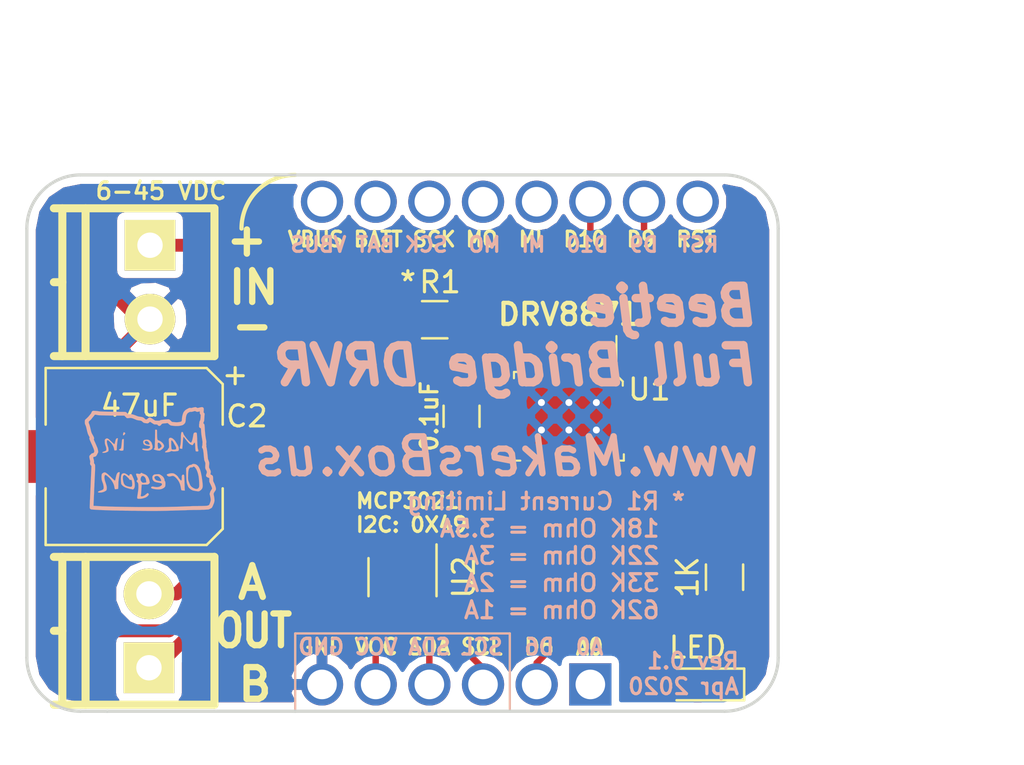
<source format=kicad_pcb>
(kicad_pcb (version 4) (host pcbnew 4.0.6)

  (general
    (links 30)
    (no_connects 0)
    (area 112.954999 92.634999 148.665001 118.185001)
    (thickness 1.6)
    (drawings 29)
    (tracks 102)
    (zones 0)
    (modules 12)
    (nets 20)
  )

  (page A)
  (title_block
    (title "Beetje 32U4 Blok")
    (date 2018-08-10)
    (rev 0.0)
    (company www.MakersBox.us)
    (comment 1 648.ken@gmail.com)
  )

  (layers
    (0 F.Cu signal)
    (31 B.Cu signal)
    (32 B.Adhes user)
    (33 F.Adhes user)
    (34 B.Paste user)
    (35 F.Paste user)
    (36 B.SilkS user)
    (37 F.SilkS user)
    (38 B.Mask user)
    (39 F.Mask user)
    (40 Dwgs.User user)
    (41 Cmts.User user)
    (42 Eco1.User user)
    (43 Eco2.User user)
    (44 Edge.Cuts user)
    (45 Margin user)
    (46 B.CrtYd user)
    (47 F.CrtYd user)
    (48 B.Fab user)
    (49 F.Fab user)
  )

  (setup
    (last_trace_width 0.25)
    (user_trace_width 0.3048)
    (user_trace_width 0.4064)
    (user_trace_width 0.6096)
    (user_trace_width 0.9144)
    (user_trace_width 1.2192)
    (trace_clearance 0.2)
    (zone_clearance 0.35)
    (zone_45_only no)
    (trace_min 0.2)
    (segment_width 0.2)
    (edge_width 0.15)
    (via_size 0.6)
    (via_drill 0.4)
    (via_min_size 0.4)
    (via_min_drill 0.3)
    (uvia_size 0.3)
    (uvia_drill 0.1)
    (uvias_allowed no)
    (uvia_min_size 0.2)
    (uvia_min_drill 0.1)
    (pcb_text_width 0.3)
    (pcb_text_size 1.5 1.5)
    (mod_edge_width 0.15)
    (mod_text_size 1 1)
    (mod_text_width 0.15)
    (pad_size 2 2)
    (pad_drill 1.4)
    (pad_to_mask_clearance 0)
    (aux_axis_origin 0 0)
    (visible_elements 7FFFFFFF)
    (pcbplotparams
      (layerselection 0x00030_80000001)
      (usegerberextensions false)
      (excludeedgelayer true)
      (linewidth 0.100000)
      (plotframeref false)
      (viasonmask false)
      (mode 1)
      (useauxorigin false)
      (hpglpennumber 1)
      (hpglpenspeed 20)
      (hpglpendiameter 15)
      (hpglpenoverlay 2)
      (psnegative false)
      (psa4output false)
      (plotreference true)
      (plotvalue true)
      (plotinvisibletext false)
      (padsonsilk false)
      (subtractmaskfromsilk false)
      (outputformat 1)
      (mirror false)
      (drillshape 1)
      (scaleselection 1)
      (outputdirectory ""))
  )

  (net 0 "")
  (net 1 GND)
  (net 2 VBUS)
  (net 3 +BATT)
  (net 4 /D10)
  (net 5 /D9)
  (net 6 /SCL)
  (net 7 /SDA)
  (net 8 /A0)
  (net 9 /SCK)
  (net 10 /MOSI)
  (net 11 /MISO)
  (net 12 /~RESET)
  (net 13 VCC)
  (net 14 /D6)
  (net 15 /VMTR)
  (net 16 /MTR_A)
  (net 17 /MTR_B)
  (net 18 "Net-(R1-Pad1)")
  (net 19 "Net-(D6-Pad1)")

  (net_class Default "This is the default net class."
    (clearance 0.2)
    (trace_width 0.25)
    (via_dia 0.6)
    (via_drill 0.4)
    (uvia_dia 0.3)
    (uvia_drill 0.1)
    (add_net +BATT)
    (add_net /A0)
    (add_net /D10)
    (add_net /D6)
    (add_net /D9)
    (add_net /MISO)
    (add_net /MOSI)
    (add_net /MTR_A)
    (add_net /MTR_B)
    (add_net /SCK)
    (add_net /SCL)
    (add_net /SDA)
    (add_net /VMTR)
    (add_net /~RESET)
    (add_net GND)
    (add_net "Net-(D6-Pad1)")
    (add_net "Net-(R1-Pad1)")
    (add_net VBUS)
    (add_net VCC)
  )

  (module footprints:terminal (layer F.Cu) (tedit 54264154) (tstamp 5C81BDF5)
    (at 118.11 114.3 270)
    (descr "2-way 3.5mm pitch terminal block, Phoenix PT series")
    (path /5BA45833)
    (fp_text reference J3 (at 0 5.3 270) (layer F.SilkS) hide
      (effects (font (size 1.5 1.5) (thickness 0.3)))
    )
    (fp_text value Conn_01x02 (at 0.127 -4.064 270) (layer F.SilkS) hide
      (effects (font (size 1.5 1.5) (thickness 0.3)))
    )
    (fp_line (start 0 3.4) (end 0 3.8) (layer F.SilkS) (width 0.381))
    (fp_line (start -3.5 2.3) (end 3.5 2.3) (layer F.SilkS) (width 0.381))
    (fp_line (start -3.5 3.4) (end 3.5 3.4) (layer F.SilkS) (width 0.381))
    (fp_line (start -3.5 -3.8) (end -3.5 3.8) (layer F.SilkS) (width 0.381))
    (fp_line (start 3.5 3.8) (end 3.5 -3.8) (layer F.SilkS) (width 0.381))
    (fp_line (start 3.5 -3.8) (end -3.5 -3.8) (layer F.SilkS) (width 0.381))
    (pad 2 thru_hole circle (at -1.75 -0.7 270) (size 2.4 2.4) (drill 1.2) (layers *.Cu *.Mask F.SilkS)
      (net 16 /MTR_A))
    (pad 1 thru_hole rect (at 1.75 -0.7 270) (size 2.4 2.4) (drill 1.2) (layers *.Cu *.Mask F.SilkS)
      (net 17 /MTR_B))
    (model Terminal_Blocks.3dshapes/TerminalBlock_Pheonix_PT-3.5mm_2pol.wrl
      (at (xyz -0.075 0.025 0))
      (scale (xyz 1 1 1))
      (rotate (xyz 0 0 0))
    )
  )

  (module footprints:PowerSOIC-8_W3.9mm (layer F.Cu) (tedit 5C81B86C) (tstamp 5C81BB40)
    (at 138.684 104.14 180)
    (path /5C8209FB)
    (fp_text reference U1 (at -3.81 1.27 180) (layer F.SilkS)
      (effects (font (size 1 1) (thickness 0.15)))
    )
    (fp_text value DRV8871DDA (at 0 5.85 180) (layer F.Fab)
      (effects (font (size 1 1) (thickness 0.15)))
    )
    (fp_line (start 2.7 4.23) (end 2.7 -4.23) (layer F.CrtYd) (width 0.05))
    (fp_line (start -2.7 -4.23) (end -2.7 4.23) (layer F.CrtYd) (width 0.05))
    (fp_line (start 2.7 4.23) (end -2.7 4.23) (layer F.CrtYd) (width 0.05))
    (fp_line (start 2.7 -4.23) (end -2.7 -4.23) (layer F.CrtYd) (width 0.05))
    (fp_line (start -2.55 1.45) (end -2.55 1.65) (layer F.SilkS) (width 0.1))
    (fp_line (start -2.55 1.65) (end -2.25 1.95) (layer F.SilkS) (width 0.1))
    (fp_line (start -2.25 1.95) (end -2.25 3.8) (layer F.SilkS) (width 0.1))
    (fp_line (start -2.45 1.6) (end -2.45 -1.95) (layer F.Fab) (width 0.1))
    (fp_line (start -2.1 1.95) (end 2.45 1.95) (layer F.Fab) (width 0.1))
    (fp_line (start -2.45 1.6) (end -2.1 1.95) (layer F.Fab) (width 0.1))
    (fp_line (start 2.6 1.8) (end 2.6 2.1) (layer F.SilkS) (width 0.1))
    (fp_line (start 2.6 2.1) (end 2.3 2.1) (layer F.SilkS) (width 0.1))
    (fp_line (start -2.3 -2.1) (end -2.6 -2.1) (layer F.SilkS) (width 0.1))
    (fp_line (start -2.6 -2.1) (end -2.6 -1.8) (layer F.SilkS) (width 0.1))
    (fp_line (start 2.6 -2.1) (end 2.6 -1.8) (layer F.SilkS) (width 0.1))
    (fp_line (start 2.6 -2.1) (end 2.3 -2.1) (layer F.SilkS) (width 0.1))
    (fp_line (start 2.45 -1.95) (end 2.45 1.95) (layer F.Fab) (width 0.1))
    (fp_line (start -2.45 -1.95) (end 2.45 -1.95) (layer F.Fab) (width 0.1))
    (fp_text user %R (at 0 0 180) (layer F.Fab)
      (effects (font (size 1 1) (thickness 0.15)))
    )
    (pad 1 smd rect (at -1.905 2.875 180) (size 0.5 2.2) (layers F.Cu F.Paste F.Mask)
      (net 1 GND) (solder_mask_margin 0.07))
    (pad 9 smd rect (at 0 0 180) (size 4.9 2.95) (layers F.Cu)
      (net 1 GND))
    (pad 2 smd rect (at -0.635 2.875 180) (size 0.5 2.2) (layers F.Cu F.Paste F.Mask)
      (net 5 /D9) (solder_mask_margin 0.07))
    (pad 3 smd rect (at 0.635 2.875 180) (size 0.5 2.2) (layers F.Cu F.Paste F.Mask)
      (net 4 /D10) (solder_mask_margin 0.07))
    (pad 4 smd rect (at 1.905 2.875 180) (size 0.5 2.2) (layers F.Cu F.Paste F.Mask)
      (net 18 "Net-(R1-Pad1)") (solder_mask_margin 0.07))
    (pad 5 smd rect (at 1.905 -2.875 180) (size 0.5 2.2) (layers F.Cu F.Paste F.Mask)
      (net 15 /VMTR) (solder_mask_margin 0.07))
    (pad 6 smd rect (at 0.635 -2.875 180) (size 0.5 2.2) (layers F.Cu F.Paste F.Mask)
      (net 16 /MTR_A) (solder_mask_margin 0.07))
    (pad 7 smd rect (at -0.635 -2.875 180) (size 0.5 2.2) (layers F.Cu F.Paste F.Mask)
      (net 1 GND) (solder_mask_margin 0.07))
    (pad 8 smd rect (at -1.905 -2.875 180) (size 0.5 2.2) (layers F.Cu F.Paste F.Mask)
      (net 17 /MTR_B) (solder_mask_margin 0.07))
    (pad 9 smd rect (at 0 0 180) (size 3.1 2.4) (layers F.Cu F.Paste F.Mask)
      (net 1 GND))
    (pad 9 thru_hole circle (at 0 -0.65 180) (size 0.38 0.38) (drill 0.33) (layers *.Cu *.Mask)
      (net 1 GND))
    (pad 9 thru_hole circle (at 0 0.65 180) (size 0.38 0.38) (drill 0.33) (layers *.Cu *.Mask)
      (net 1 GND))
    (pad 9 thru_hole circle (at 1.3 0.65 180) (size 0.38 0.38) (drill 0.33) (layers *.Cu *.Mask)
      (net 1 GND))
    (pad 9 thru_hole circle (at 1.3 -0.65 180) (size 0.38 0.38) (drill 0.33) (layers *.Cu *.Mask)
      (net 1 GND))
    (pad 9 thru_hole circle (at -1.3 -0.65 180) (size 0.38 0.38) (drill 0.33) (layers *.Cu *.Mask)
      (net 1 GND))
    (pad 9 thru_hole circle (at -1.3 0.65 180) (size 0.38 0.38) (drill 0.33) (layers *.Cu *.Mask)
      (net 1 GND))
    (model Housings_SOIC.3dshapes/SOIC-8_3.9x4.9mm_Pitch1.27mm.wrl
      (at (xyz 0 0 0))
      (scale (xyz 1 1 1))
      (rotate (xyz 0 0 -90))
    )
  )

  (module footprints:MadeInOregonRev25 (layer F.Cu) (tedit 5B7EDC92) (tstamp 5BA46FBA)
    (at 118.872 106.172)
    (fp_text reference VAL (at 0 0) (layer F.SilkS) hide
      (effects (font (size 1.143 1.143) (thickness 0.1778)))
    )
    (fp_text value MadeInOregonRev25 (at 0 0) (layer F.SilkS) hide
      (effects (font (size 0.5 0.5) (thickness 0.125)))
    )
    (fp_poly (pts (xy -3.09626 -1.76022) (xy -3.09626 -1.72212) (xy -3.09372 -1.69672) (xy -3.09118 -1.67386)
      (xy -3.0861 -1.65608) (xy -3.07594 -1.63576) (xy -3.0734 -1.62814) (xy -3.0607 -1.6002)
      (xy -3.05054 -1.5748) (xy -3.04038 -1.54432) (xy -3.03022 -1.50876) (xy -3.02006 -1.46304)
      (xy -3.00736 -1.4097) (xy -3.00228 -1.39192) (xy -2.98704 -1.31826) (xy -2.96926 -1.2573)
      (xy -2.95402 -1.20396) (xy -2.9337 -1.15824) (xy -2.91338 -1.1176) (xy -2.91338 -1.74752)
      (xy -2.91338 -1.76276) (xy -2.91084 -1.77546) (xy -2.90322 -1.78816) (xy -2.89052 -1.8034)
      (xy -2.86766 -1.82118) (xy -2.8575 -1.83134) (xy -2.82956 -1.8542) (xy -2.80416 -1.8796)
      (xy -2.78638 -1.90246) (xy -2.77876 -1.91008) (xy -2.76606 -1.92786) (xy -2.74574 -1.95326)
      (xy -2.72034 -1.98374) (xy -2.69494 -2.01422) (xy -2.6924 -2.01676) (xy -2.66954 -2.0447)
      (xy -2.64922 -2.0701) (xy -2.63652 -2.08788) (xy -2.6289 -2.09804) (xy -2.6289 -2.10058)
      (xy -2.62382 -2.10566) (xy -2.60604 -2.10566) (xy -2.58064 -2.10566) (xy -2.55016 -2.10058)
      (xy -2.51968 -2.0955) (xy -2.50952 -2.09296) (xy -2.49682 -2.09042) (xy -2.48412 -2.08534)
      (xy -2.46888 -2.08534) (xy -2.4511 -2.0828) (xy -2.4257 -2.08026) (xy -2.39268 -2.07772)
      (xy -2.35458 -2.07772) (xy -2.30632 -2.07518) (xy -2.2479 -2.07518) (xy -2.17678 -2.07264)
      (xy -2.09296 -2.0701) (xy -2.03962 -2.0701) (xy -1.95326 -2.06756) (xy -1.8669 -2.06756)
      (xy -1.78054 -2.06502) (xy -1.69672 -2.06502) (xy -1.61798 -2.06248) (xy -1.54686 -2.06248)
      (xy -1.48336 -2.06248) (xy -1.4351 -2.06248) (xy -1.4224 -2.06248) (xy -1.22936 -2.06248)
      (xy -1.1684 -2.00152) (xy -1.10744 -1.9431) (xy -1.0668 -1.9431) (xy -1.03886 -1.9431)
      (xy -1.0033 -1.94564) (xy -0.97536 -1.95072) (xy -0.94234 -1.95326) (xy -0.91186 -1.95072)
      (xy -0.87884 -1.94564) (xy -0.8382 -1.93548) (xy -0.79248 -1.9177) (xy -0.7366 -1.89484)
      (xy -0.72136 -1.88976) (xy -0.67818 -1.86944) (xy -0.64516 -1.85674) (xy -0.61722 -1.84912)
      (xy -0.59182 -1.84404) (xy -0.56388 -1.83896) (xy -0.5461 -1.83642) (xy -0.50038 -1.83134)
      (xy -0.46482 -1.82626) (xy -0.43688 -1.81864) (xy -0.41656 -1.80848) (xy -0.39624 -1.79578)
      (xy -0.37592 -1.77546) (xy -0.37338 -1.77292) (xy -0.35052 -1.7526) (xy -0.32512 -1.73482)
      (xy -0.30734 -1.72212) (xy -0.30734 -1.72212) (xy -0.28702 -1.71704) (xy -0.25654 -1.71196)
      (xy -0.22098 -1.70434) (xy -0.18288 -1.7018) (xy -0.14986 -1.69672) (xy -0.12446 -1.69672)
      (xy -0.10922 -1.69926) (xy -0.09652 -1.70688) (xy -0.07366 -1.71958) (xy -0.05334 -1.73736)
      (xy -0.03048 -1.75768) (xy -0.01524 -1.7653) (xy -0.00508 -1.76784) (xy 0 -1.7653)
      (xy 0.01016 -1.75768) (xy 0.03048 -1.74498) (xy 0.05842 -1.7272) (xy 0.0889 -1.70688)
      (xy 0.09652 -1.7018) (xy 0.18288 -1.64846) (xy 0.25908 -1.64592) (xy 0.29464 -1.64338)
      (xy 0.3175 -1.64084) (xy 0.3302 -1.6383) (xy 0.34036 -1.63322) (xy 0.34544 -1.6256)
      (xy 0.34798 -1.62052) (xy 0.3683 -1.59766) (xy 0.39624 -1.58242) (xy 0.42672 -1.5748)
      (xy 0.4318 -1.5748) (xy 0.45974 -1.58242) (xy 0.48768 -1.6002) (xy 0.51562 -1.63068)
      (xy 0.52578 -1.64338) (xy 0.53848 -1.65608) (xy 0.5461 -1.66624) (xy 0.55626 -1.67386)
      (xy 0.56896 -1.68148) (xy 0.58928 -1.68402) (xy 0.61468 -1.6891) (xy 0.65278 -1.69418)
      (xy 0.70104 -1.69672) (xy 0.71628 -1.69926) (xy 0.8255 -1.70942) (xy 0.85598 -1.68148)
      (xy 0.89154 -1.64846) (xy 0.9271 -1.62306) (xy 0.95758 -1.60274) (xy 0.96774 -1.59766)
      (xy 0.9906 -1.59258) (xy 1.02362 -1.5875) (xy 1.0668 -1.58242) (xy 1.11252 -1.57734)
      (xy 1.16332 -1.57226) (xy 1.21158 -1.56972) (xy 1.2573 -1.56972) (xy 1.25984 -1.56972)
      (xy 1.3081 -1.56972) (xy 1.35128 -1.5748) (xy 1.39446 -1.57988) (xy 1.44272 -1.59004)
      (xy 1.48844 -1.6002) (xy 1.52146 -1.61036) (xy 1.54686 -1.62306) (xy 1.56972 -1.63576)
      (xy 1.59258 -1.65608) (xy 1.61798 -1.68148) (xy 1.63576 -1.7018) (xy 1.651 -1.72212)
      (xy 1.65862 -1.74498) (xy 1.66624 -1.77292) (xy 1.67386 -1.80848) (xy 1.6764 -1.85166)
      (xy 1.68148 -1.90246) (xy 1.6891 -1.9812) (xy 1.7018 -2.04978) (xy 1.72212 -2.10566)
      (xy 1.74752 -2.15138) (xy 1.75006 -2.15646) (xy 1.77546 -2.18186) (xy 1.81356 -2.2098)
      (xy 1.82626 -2.21742) (xy 1.8542 -2.23012) (xy 1.87706 -2.24028) (xy 1.89484 -2.24282)
      (xy 1.9177 -2.24282) (xy 1.92024 -2.24282) (xy 1.95834 -2.24282) (xy 2.00152 -2.25044)
      (xy 2.032 -2.25806) (xy 2.0701 -2.27076) (xy 2.09804 -2.27584) (xy 2.11582 -2.27838)
      (xy 2.13106 -2.2733) (xy 2.1463 -2.26822) (xy 2.15392 -2.26314) (xy 2.1844 -2.2479)
      (xy 2.22758 -2.24282) (xy 2.27584 -2.2479) (xy 2.29108 -2.25298) (xy 2.31394 -2.25806)
      (xy 2.33426 -2.26314) (xy 2.34188 -2.26314) (xy 2.34188 -2.25806) (xy 2.34442 -2.23774)
      (xy 2.34442 -2.21488) (xy 2.34442 -2.21234) (xy 2.34442 -2.1844) (xy 2.34696 -2.16408)
      (xy 2.35204 -2.1463) (xy 2.36474 -2.12852) (xy 2.3876 -2.0955) (xy 2.37998 -1.97612)
      (xy 2.37744 -1.9304) (xy 2.37236 -1.89738) (xy 2.36982 -1.87198) (xy 2.36474 -1.8542)
      (xy 2.35966 -1.83896) (xy 2.35204 -1.82372) (xy 2.34696 -1.8161) (xy 2.33172 -1.78562)
      (xy 2.3241 -1.75768) (xy 2.3241 -1.73736) (xy 2.32156 -1.70942) (xy 2.31902 -1.68656)
      (xy 2.31648 -1.67894) (xy 2.31394 -1.66116) (xy 2.30886 -1.63576) (xy 2.30886 -1.60274)
      (xy 2.30886 -1.59004) (xy 2.30886 -1.55702) (xy 2.30886 -1.5367) (xy 2.31394 -1.52146)
      (xy 2.32156 -1.5113) (xy 2.33172 -1.4986) (xy 2.33426 -1.49606) (xy 2.35458 -1.48082)
      (xy 2.3749 -1.4732) (xy 2.37744 -1.47066) (xy 2.3876 -1.47066) (xy 2.39268 -1.46558)
      (xy 2.39776 -1.45034) (xy 2.4003 -1.42494) (xy 2.40284 -1.39192) (xy 2.40538 -1.35382)
      (xy 2.40538 -1.33096) (xy 2.40792 -1.28778) (xy 2.413 -1.2319) (xy 2.42062 -1.16078)
      (xy 2.43332 -1.07442) (xy 2.4511 -0.97536) (xy 2.4511 -0.96774) (xy 2.45872 -0.92456)
      (xy 2.4638 -0.88392) (xy 2.46888 -0.85344) (xy 2.47142 -0.83058) (xy 2.47396 -0.82296)
      (xy 2.47396 -0.81026) (xy 2.47142 -0.7874) (xy 2.47142 -0.75692) (xy 2.46888 -0.72644)
      (xy 2.46888 -0.69342) (xy 2.46634 -0.66294) (xy 2.4638 -0.64262) (xy 2.46126 -0.635)
      (xy 2.4511 -0.6096) (xy 2.44856 -0.57912) (xy 2.4511 -0.54864) (xy 2.46126 -0.52324)
      (xy 2.4765 -0.51054) (xy 2.48412 -0.49784) (xy 2.49174 -0.47244) (xy 2.5019 -0.4318)
      (xy 2.50952 -0.37592) (xy 2.51968 -0.30734) (xy 2.5273 -0.2286) (xy 2.53238 -0.16764)
      (xy 2.53746 -0.1143) (xy 2.54254 -0.0635) (xy 2.54762 -0.02032) (xy 2.5527 0.01524)
      (xy 2.55524 0.04064) (xy 2.55778 0.05334) (xy 2.56794 0.07366) (xy 2.5781 0.1016)
      (xy 2.58826 0.127) (xy 2.59588 0.14732) (xy 2.6035 0.16256) (xy 2.60604 0.18034)
      (xy 2.60858 0.20066) (xy 2.60858 0.22606) (xy 2.60604 0.25908) (xy 2.6035 0.3048)
      (xy 2.6035 0.32512) (xy 2.60096 0.37084) (xy 2.60096 0.4064) (xy 2.60604 0.43434)
      (xy 2.61366 0.45974) (xy 2.62636 0.48768) (xy 2.64668 0.5207) (xy 2.66446 0.5588)
      (xy 2.67462 0.58674) (xy 2.6797 0.61468) (xy 2.67462 0.64262) (xy 2.66446 0.68072)
      (xy 2.65938 0.69088) (xy 2.64668 0.72898) (xy 2.63906 0.75946) (xy 2.63906 0.77978)
      (xy 2.6416 0.79756) (xy 2.64922 0.8128) (xy 2.64922 0.81534) (xy 2.66446 0.83058)
      (xy 2.68986 0.84836) (xy 2.72034 0.86614) (xy 2.75336 0.87884) (xy 2.77368 0.88646)
      (xy 2.794 0.89154) (xy 2.794 0.98044) (xy 2.794 1.07188) (xy 2.82448 1.13538)
      (xy 2.8575 1.20396) (xy 2.8829 1.26238) (xy 2.90322 1.31064) (xy 2.91592 1.3462)
      (xy 2.921 1.36652) (xy 2.92354 1.3843) (xy 2.92354 1.39954) (xy 2.91592 1.41478)
      (xy 2.90068 1.4351) (xy 2.90068 1.43764) (xy 2.87274 1.47828) (xy 2.84988 1.51638)
      (xy 2.8321 1.5621) (xy 2.82448 1.59004) (xy 2.80924 1.64338) (xy 2.8321 1.74244)
      (xy 2.84734 1.80848) (xy 2.85496 1.86182) (xy 2.86004 1.90754) (xy 2.86004 1.94818)
      (xy 2.85242 1.98628) (xy 2.84226 2.02438) (xy 2.84226 2.02438) (xy 2.82702 2.06756)
      (xy 2.81432 2.10566) (xy 2.79908 2.13868) (xy 2.78892 2.16154) (xy 2.77876 2.1717)
      (xy 2.77876 2.17424) (xy 2.7686 2.17678) (xy 2.74828 2.1844) (xy 2.74066 2.18948)
      (xy 2.7178 2.1971) (xy 2.68224 2.20472) (xy 2.63398 2.2098) (xy 2.57302 2.21234)
      (xy 2.49682 2.21488) (xy 2.40792 2.21742) (xy 2.30632 2.21742) (xy 2.29616 2.21742)
      (xy 2.24028 2.21996) (xy 2.17424 2.21996) (xy 2.10058 2.2225) (xy 2.02184 2.2225)
      (xy 1.9431 2.22504) (xy 1.86944 2.23012) (xy 1.84912 2.23012) (xy 1.6129 2.23774)
      (xy 1.38684 2.2479) (xy 1.16332 2.25298) (xy 0.9398 2.25806) (xy 0.71882 2.26314)
      (xy 0.4953 2.26568) (xy 0.26924 2.26822) (xy 0.03556 2.26822) (xy -0.2032 2.26822)
      (xy -0.45466 2.26822) (xy -0.71628 2.26568) (xy -0.84836 2.26314) (xy -1.03378 2.2606)
      (xy -1.20396 2.25806) (xy -1.36144 2.25552) (xy -1.50622 2.25298) (xy -1.64084 2.25044)
      (xy -1.7653 2.2479) (xy -1.88214 2.24536) (xy -1.98882 2.24282) (xy -2.08788 2.23774)
      (xy -2.17932 2.2352) (xy -2.26822 2.23266) (xy -2.35204 2.22758) (xy -2.39776 2.22504)
      (xy -2.46126 2.2225) (xy -2.51968 2.21742) (xy -2.57302 2.21488) (xy -2.61874 2.21234)
      (xy -2.65176 2.2098) (xy -2.67462 2.2098) (xy -2.68732 2.2098) (xy -2.68732 2.2098)
      (xy -2.68732 2.20218) (xy -2.68478 2.17932) (xy -2.68478 2.1463) (xy -2.68224 2.09804)
      (xy -2.6797 2.03962) (xy -2.67716 1.97104) (xy -2.67208 1.8923) (xy -2.66954 1.80594)
      (xy -2.66446 1.70942) (xy -2.65938 1.60782) (xy -2.65684 1.50114) (xy -2.65176 1.38684)
      (xy -2.64414 1.27) (xy -2.64414 1.25476) (xy -2.63906 1.11506) (xy -2.63398 0.98806)
      (xy -2.6289 0.87376) (xy -2.62382 0.77216) (xy -2.61874 0.68326) (xy -2.6162 0.60452)
      (xy -2.61366 0.53848) (xy -2.61112 0.47752) (xy -2.61112 0.42926) (xy -2.61112 0.38608)
      (xy -2.61112 0.35306) (xy -2.61112 0.32258) (xy -2.61112 0.29972) (xy -2.61366 0.28194)
      (xy -2.6162 0.2667) (xy -2.61874 0.25654) (xy -2.62128 0.24638) (xy -2.62636 0.23876)
      (xy -2.63144 0.23368) (xy -2.63652 0.22606) (xy -2.6416 0.21844) (xy -2.6543 0.2032)
      (xy -2.66192 0.18796) (xy -2.66446 0.17272) (xy -2.66192 0.14732) (xy -2.66192 0.13716)
      (xy -2.66192 0.1016) (xy -2.66446 0.06858) (xy -2.67462 0.02794) (xy -2.67462 0.0254)
      (xy -2.68732 -0.01778) (xy -2.69494 -0.04826) (xy -2.69748 -0.07112) (xy -2.69748 -0.08382)
      (xy -2.69494 -0.09398) (xy -2.68732 -0.09906) (xy -2.68732 -0.1016) (xy -2.66954 -0.10668)
      (xy -2.64668 -0.1143) (xy -2.63652 -0.1143) (xy -2.60858 -0.12192) (xy -2.58572 -0.13208)
      (xy -2.5654 -0.14732) (xy -2.54762 -0.17018) (xy -2.52476 -0.20574) (xy -2.50698 -0.2413)
      (xy -2.4638 -0.3302) (xy -2.47142 -0.40894) (xy -2.4765 -0.43942) (xy -2.48158 -0.46736)
      (xy -2.4892 -0.49276) (xy -2.49682 -0.5207) (xy -2.50952 -0.55626) (xy -2.52984 -0.59944)
      (xy -2.53492 -0.61214) (xy -2.55524 -0.66294) (xy -2.5781 -0.71374) (xy -2.60096 -0.76708)
      (xy -2.62128 -0.8128) (xy -2.63144 -0.83058) (xy -2.64668 -0.86868) (xy -2.65938 -0.89662)
      (xy -2.667 -0.91694) (xy -2.66954 -0.92964) (xy -2.667 -0.9398) (xy -2.667 -0.94996)
      (xy -2.65938 -0.97536) (xy -2.65938 -1.00584) (xy -2.66954 -1.03886) (xy -2.68732 -1.0795)
      (xy -2.71272 -1.12776) (xy -2.71526 -1.1303) (xy -2.73812 -1.17094) (xy -2.75844 -1.2065)
      (xy -2.77368 -1.23698) (xy -2.78384 -1.26746) (xy -2.79654 -1.30048) (xy -2.8067 -1.34112)
      (xy -2.81686 -1.38684) (xy -2.82702 -1.43256) (xy -2.84226 -1.49606) (xy -2.85496 -1.54686)
      (xy -2.86512 -1.5875) (xy -2.87528 -1.62052) (xy -2.88544 -1.64846) (xy -2.89306 -1.67132)
      (xy -2.90068 -1.68148) (xy -2.9083 -1.70942) (xy -2.91338 -1.7399) (xy -2.91338 -1.74752)
      (xy -2.91338 -1.1176) (xy -2.91084 -1.11506) (xy -2.90576 -1.09982) (xy -2.88798 -1.07188)
      (xy -2.87782 -1.04902) (xy -2.87274 -1.03632) (xy -2.87274 -1.02616) (xy -2.87782 -1.016)
      (xy -2.88036 -0.99822) (xy -2.8829 -0.98044) (xy -2.87782 -0.95758) (xy -2.8702 -0.92964)
      (xy -2.85496 -0.89408) (xy -2.83464 -0.84582) (xy -2.8194 -0.81534) (xy -2.78384 -0.73406)
      (xy -2.74828 -0.65786) (xy -2.72034 -0.58928) (xy -2.69494 -0.52832) (xy -2.67462 -0.47752)
      (xy -2.66192 -0.43688) (xy -2.6543 -0.40894) (xy -2.6543 -0.4064) (xy -2.64922 -0.37846)
      (xy -2.65176 -0.36068) (xy -2.65684 -0.34036) (xy -2.66446 -0.32766) (xy -2.67462 -0.30734)
      (xy -2.68732 -0.29464) (xy -2.70256 -0.28702) (xy -2.72542 -0.28194) (xy -2.73812 -0.2794)
      (xy -2.75336 -0.27686) (xy -2.77114 -0.2667) (xy -2.78892 -0.25146) (xy -2.81686 -0.22606)
      (xy -2.82448 -0.2159) (xy -2.84988 -0.1905) (xy -2.86766 -0.17272) (xy -2.87782 -0.16002)
      (xy -2.8829 -0.14732) (xy -2.8829 -0.13208) (xy -2.8829 -0.12192) (xy -2.88036 -0.06858)
      (xy -2.86766 -0.00762) (xy -2.85242 0.05588) (xy -2.8448 0.08382) (xy -2.84226 0.10668)
      (xy -2.84226 0.12954) (xy -2.8448 0.16002) (xy -2.84734 0.1651) (xy -2.84988 0.19812)
      (xy -2.84988 0.22606) (xy -2.84226 0.24892) (xy -2.82448 0.27686) (xy -2.8067 0.29972)
      (xy -2.78384 0.32766) (xy -2.82702 1.3081) (xy -2.8321 1.42748) (xy -2.83718 1.54432)
      (xy -2.84226 1.65608) (xy -2.84734 1.76276) (xy -2.84988 1.86182) (xy -2.85496 1.95326)
      (xy -2.8575 2.03708) (xy -2.86004 2.11074) (xy -2.86258 2.17424) (xy -2.86512 2.22758)
      (xy -2.86512 2.26822) (xy -2.86512 2.29616) (xy -2.86512 2.3114) (xy -2.86512 2.3114)
      (xy -2.85496 2.3368) (xy -2.83464 2.35966) (xy -2.81178 2.3749) (xy -2.8067 2.37744)
      (xy -2.794 2.37998) (xy -2.76606 2.38252) (xy -2.72796 2.38506) (xy -2.6797 2.39014)
      (xy -2.62128 2.39268) (xy -2.55778 2.39776) (xy -2.48412 2.4003) (xy -2.40792 2.40538)
      (xy -2.32664 2.40792) (xy -2.24536 2.413) (xy -2.16154 2.41554) (xy -2.08026 2.41808)
      (xy -1.99898 2.42062) (xy -1.92278 2.42316) (xy -1.85166 2.4257) (xy -1.80848 2.42824)
      (xy -1.74752 2.42824) (xy -1.67386 2.43078) (xy -1.59004 2.43078) (xy -1.4986 2.43332)
      (xy -1.397 2.43586) (xy -1.29032 2.43586) (xy -1.1811 2.4384) (xy -1.0668 2.4384)
      (xy -0.95504 2.44094) (xy -0.84582 2.44348) (xy -0.80264 2.44348) (xy -0.70104 2.44348)
      (xy -0.59944 2.44602) (xy -0.50038 2.44602) (xy -0.40386 2.44856) (xy -0.31496 2.44856)
      (xy -0.23114 2.44856) (xy -0.15748 2.4511) (xy -0.09398 2.4511) (xy -0.04064 2.4511)
      (xy 0 2.4511) (xy 0.02286 2.4511) (xy 0.05842 2.4511) (xy 0.10922 2.4511)
      (xy 0.17018 2.4511) (xy 0.2413 2.4511) (xy 0.3175 2.4511) (xy 0.39878 2.44856)
      (xy 0.4826 2.44856) (xy 0.56642 2.44602) (xy 0.60198 2.44602) (xy 0.75692 2.44348)
      (xy 0.90678 2.4384) (xy 1.0541 2.43586) (xy 1.1938 2.43078) (xy 1.32588 2.42824)
      (xy 1.45034 2.42316) (xy 1.56464 2.42062) (xy 1.66624 2.41808) (xy 1.7526 2.413)
      (xy 1.77038 2.413) (xy 1.82626 2.41046) (xy 1.8923 2.40792) (xy 1.96342 2.40792)
      (xy 2.03454 2.40538) (xy 2.10312 2.40538) (xy 2.12852 2.40538) (xy 2.19456 2.40538)
      (xy 2.26822 2.40284) (xy 2.3495 2.40284) (xy 2.42824 2.39776) (xy 2.50444 2.39522)
      (xy 2.54254 2.39522) (xy 2.75844 2.38252) (xy 2.82956 2.3495) (xy 2.86258 2.33172)
      (xy 2.88798 2.31902) (xy 2.90576 2.30632) (xy 2.91084 2.30124) (xy 2.92608 2.28092)
      (xy 2.94132 2.25044) (xy 2.96164 2.2098) (xy 2.97942 2.16662) (xy 2.9972 2.12344)
      (xy 3.01244 2.08534) (xy 3.02514 2.0447) (xy 3.03276 2.01168) (xy 3.03784 1.98628)
      (xy 3.04038 1.9558) (xy 3.04038 1.93548) (xy 3.0353 1.86182) (xy 3.0226 1.778)
      (xy 3.00736 1.70434) (xy 2.99974 1.66878) (xy 2.99974 1.64084) (xy 3.00736 1.61036)
      (xy 3.0226 1.57734) (xy 3.04546 1.53924) (xy 3.0607 1.52146) (xy 3.08356 1.4859)
      (xy 3.0988 1.4605) (xy 3.10642 1.4351) (xy 3.10896 1.4097) (xy 3.10642 1.37668)
      (xy 3.0988 1.33858) (xy 3.09118 1.3081) (xy 3.07848 1.26746) (xy 3.0607 1.22174)
      (xy 3.04038 1.1684) (xy 3.01498 1.1176) (xy 2.99466 1.07442) (xy 2.98704 1.05664)
      (xy 2.97942 1.0414) (xy 2.97688 1.02362) (xy 2.97434 1.0033) (xy 2.97434 0.97282)
      (xy 2.97434 0.93218) (xy 2.97434 0.9271) (xy 2.9718 0.87884) (xy 2.96926 0.8382)
      (xy 2.96418 0.81026) (xy 2.95148 0.7874) (xy 2.9337 0.76708) (xy 2.90576 0.7493)
      (xy 2.86766 0.72898) (xy 2.84734 0.71882) (xy 2.84734 0.7112) (xy 2.84988 0.69342)
      (xy 2.85496 0.66802) (xy 2.8575 0.6604) (xy 2.86258 0.61468) (xy 2.86258 0.5842)
      (xy 2.86258 0.57658) (xy 2.84988 0.5334) (xy 2.82956 0.48768) (xy 2.8067 0.44196)
      (xy 2.79908 0.42926) (xy 2.79146 0.41656) (xy 2.78638 0.40386) (xy 2.7813 0.38862)
      (xy 2.7813 0.37084) (xy 2.7813 0.34798) (xy 2.7813 0.3175) (xy 2.78638 0.27432)
      (xy 2.79146 0.22098) (xy 2.79146 0.21844) (xy 2.79146 0.19304) (xy 2.79146 0.16764)
      (xy 2.78384 0.1397) (xy 2.77622 0.11176) (xy 2.76352 0.07874) (xy 2.75336 0.04826)
      (xy 2.7432 0.0254) (xy 2.74066 0.02032) (xy 2.73558 0.00762) (xy 2.7305 -0.0127)
      (xy 2.72796 -0.04064) (xy 2.72288 -0.07874) (xy 2.7178 -0.12954) (xy 2.71272 -0.1905)
      (xy 2.7051 -0.25908) (xy 2.69748 -0.32512) (xy 2.68986 -0.38862) (xy 2.6797 -0.44958)
      (xy 2.67208 -0.50292) (xy 2.66446 -0.5461) (xy 2.6543 -0.57658) (xy 2.65176 -0.58674)
      (xy 2.65176 -0.60452) (xy 2.6543 -0.6223) (xy 2.65684 -0.6477) (xy 2.65176 -0.68326)
      (xy 2.65176 -0.68326) (xy 2.64668 -0.71628) (xy 2.64922 -0.75184) (xy 2.65176 -0.76962)
      (xy 2.6543 -0.79248) (xy 2.65684 -0.8128) (xy 2.6543 -0.83566) (xy 2.65176 -0.8636)
      (xy 2.64414 -0.90424) (xy 2.6416 -0.91948) (xy 2.62382 -1.01346) (xy 2.61112 -1.09982)
      (xy 2.60096 -1.1811) (xy 2.59334 -1.26238) (xy 2.58572 -1.35128) (xy 2.58064 -1.42748)
      (xy 2.5781 -1.49352) (xy 2.57302 -1.54432) (xy 2.57048 -1.58496) (xy 2.5654 -1.61544)
      (xy 2.56286 -1.6383) (xy 2.55524 -1.65608) (xy 2.54762 -1.66878) (xy 2.53746 -1.6764)
      (xy 2.52984 -1.68402) (xy 2.51714 -1.69418) (xy 2.51206 -1.70688) (xy 2.5146 -1.72466)
      (xy 2.52222 -1.75006) (xy 2.53238 -1.77546) (xy 2.53238 -1.77546) (xy 2.54 -1.78816)
      (xy 2.54254 -1.79832) (xy 2.54762 -1.81102) (xy 2.55016 -1.8288) (xy 2.5527 -1.85166)
      (xy 2.55524 -1.88214) (xy 2.55778 -1.92532) (xy 2.56286 -1.97866) (xy 2.56286 -2.0066)
      (xy 2.57302 -2.159) (xy 2.54762 -2.18948) (xy 2.52222 -2.21996) (xy 2.52984 -2.29616)
      (xy 2.53238 -2.34442) (xy 2.53238 -2.37998) (xy 2.52984 -2.40538) (xy 2.51968 -2.4257)
      (xy 2.50698 -2.44094) (xy 2.50444 -2.44348) (xy 2.4892 -2.45618) (xy 2.47142 -2.46126)
      (xy 2.44856 -2.4638) (xy 2.42062 -2.4638) (xy 2.38252 -2.45618) (xy 2.33172 -2.44602)
      (xy 2.32664 -2.44348) (xy 2.2352 -2.42316) (xy 2.19964 -2.44348) (xy 2.17424 -2.45618)
      (xy 2.15138 -2.4638) (xy 2.12344 -2.4638) (xy 2.09296 -2.45872) (xy 2.04978 -2.4511)
      (xy 2.0193 -2.44348) (xy 1.98374 -2.43332) (xy 1.9558 -2.4257) (xy 1.93802 -2.42316)
      (xy 1.92024 -2.4257) (xy 1.90754 -2.42824) (xy 1.88722 -2.43078) (xy 1.86944 -2.43078)
      (xy 1.84912 -2.42824) (xy 1.82372 -2.41808) (xy 1.79324 -2.40284) (xy 1.76022 -2.38506)
      (xy 1.71958 -2.3622) (xy 1.6891 -2.34442) (xy 1.66624 -2.32664) (xy 1.64846 -2.3114)
      (xy 1.63068 -2.29362) (xy 1.6129 -2.27076) (xy 1.59258 -2.2479) (xy 1.57734 -2.22504)
      (xy 1.56718 -2.20472) (xy 1.55702 -2.17932) (xy 1.54432 -2.1463) (xy 1.53162 -2.10312)
      (xy 1.52908 -2.09296) (xy 1.51638 -2.0447) (xy 1.50876 -2.00406) (xy 1.50368 -1.96596)
      (xy 1.4986 -1.92278) (xy 1.4986 -1.90754) (xy 1.49606 -1.86182) (xy 1.49352 -1.8288)
      (xy 1.4859 -1.80594) (xy 1.4732 -1.7907) (xy 1.45288 -1.778) (xy 1.4224 -1.77038)
      (xy 1.39446 -1.76276) (xy 1.3335 -1.7526) (xy 1.26238 -1.74752) (xy 1.18364 -1.75006)
      (xy 1.10998 -1.75768) (xy 1.03124 -1.7653) (xy 0.9652 -1.82372) (xy 0.9398 -1.84912)
      (xy 0.9144 -1.8669) (xy 0.89408 -1.88214) (xy 0.88392 -1.88722) (xy 0.86868 -1.88722)
      (xy 0.84328 -1.88722) (xy 0.80518 -1.88722) (xy 0.762 -1.88214) (xy 0.7112 -1.8796)
      (xy 0.6604 -1.87452) (xy 0.6096 -1.86944) (xy 0.56642 -1.86436) (xy 0.52324 -1.85674)
      (xy 0.49276 -1.85166) (xy 0.47244 -1.8415) (xy 0.45974 -1.83642) (xy 0.44958 -1.8288)
      (xy 0.43942 -1.82372) (xy 0.42418 -1.82118) (xy 0.40386 -1.82118) (xy 0.37592 -1.82118)
      (xy 0.33782 -1.82118) (xy 0.23622 -1.82372) (xy 0.13208 -1.8923) (xy 0.09398 -1.9177)
      (xy 0.06096 -1.93802) (xy 0.03302 -1.9558) (xy 0.0127 -1.96596) (xy 0.00508 -1.97104)
      (xy -0.02286 -1.97866) (xy -0.04826 -1.97358) (xy -0.07874 -1.95834) (xy -0.1143 -1.92786)
      (xy -0.11684 -1.92532) (xy -0.1397 -1.905) (xy -0.15748 -1.8923) (xy -0.17272 -1.88468)
      (xy -0.18796 -1.88214) (xy -0.19304 -1.88214) (xy -0.21082 -1.88468) (xy -0.22352 -1.88722)
      (xy -0.2413 -1.89992) (xy -0.26162 -1.9177) (xy -0.27178 -1.92786) (xy -0.30226 -1.95326)
      (xy -0.33528 -1.97358) (xy -0.37338 -1.98882) (xy -0.41656 -1.99898) (xy -0.47244 -2.00914)
      (xy -0.50038 -2.01168) (xy -0.53848 -2.01676) (xy -0.56896 -2.02438) (xy -0.59944 -2.03454)
      (xy -0.635 -2.04724) (xy -0.66548 -2.05994) (xy -0.70866 -2.07772) (xy -0.75692 -2.0955)
      (xy -0.80264 -2.11074) (xy -0.83058 -2.11836) (xy -0.86868 -2.12598) (xy -0.89662 -2.1336)
      (xy -0.91948 -2.1336) (xy -0.94234 -2.1336) (xy -0.97282 -2.13106) (xy -1.03378 -2.12344)
      (xy -1.0922 -2.17678) (xy -1.12776 -2.2098) (xy -1.1557 -2.23012) (xy -1.17348 -2.2352)
      (xy -1.18618 -2.23774) (xy -1.21412 -2.23774) (xy -1.24968 -2.24028) (xy -1.2954 -2.24028)
      (xy -1.3462 -2.24028) (xy -1.40208 -2.24028) (xy -1.40462 -2.24028) (xy -1.48844 -2.24028)
      (xy -1.57734 -2.24282) (xy -1.66878 -2.24282) (xy -1.76022 -2.24282) (xy -1.85166 -2.24536)
      (xy -1.94056 -2.2479) (xy -2.02438 -2.2479) (xy -2.10566 -2.25044) (xy -2.18186 -2.25298)
      (xy -2.25044 -2.25552) (xy -2.30886 -2.25806) (xy -2.35966 -2.2606) (xy -2.39776 -2.26314)
      (xy -2.42316 -2.26568) (xy -2.43586 -2.26822) (xy -2.45364 -2.27076) (xy -2.48666 -2.27584)
      (xy -2.52476 -2.28092) (xy -2.5654 -2.28346) (xy -2.58572 -2.286) (xy -2.63144 -2.28854)
      (xy -2.66446 -2.29108) (xy -2.68732 -2.29108) (xy -2.7051 -2.29108) (xy -2.7178 -2.28854)
      (xy -2.72796 -2.28346) (xy -2.7305 -2.28092) (xy -2.7559 -2.2606) (xy -2.77876 -2.22758)
      (xy -2.78892 -2.19202) (xy -2.79654 -2.17678) (xy -2.81178 -2.15392) (xy -2.8321 -2.13106)
      (xy -2.83718 -2.12344) (xy -2.86258 -2.09296) (xy -2.88544 -2.06502) (xy -2.90576 -2.04216)
      (xy -2.9083 -2.03708) (xy -2.92354 -2.0193) (xy -2.94894 -1.9939) (xy -2.97688 -1.96596)
      (xy -3.00482 -1.93802) (xy -3.03276 -1.91262) (xy -3.05816 -1.88976) (xy -3.07594 -1.87198)
      (xy -3.0861 -1.85928) (xy -3.0861 -1.85928) (xy -3.09118 -1.8415) (xy -3.09626 -1.81102)
      (xy -3.09626 -1.77038) (xy -3.09626 -1.76022) (xy -3.09626 -1.76022)) (layer B.SilkS) (width 0.00254))
    (fp_poly (pts (xy -0.67056 0.70358) (xy -0.67056 0.72136) (xy -0.66802 0.72644) (xy -0.66548 0.74676)
      (xy -0.65532 0.7747) (xy -0.64262 0.80772) (xy -0.63246 0.83312) (xy -0.61468 0.8763)
      (xy -0.60198 0.90932) (xy -0.59436 0.93218) (xy -0.59182 0.94996) (xy -0.5969 0.9652)
      (xy -0.60198 0.9779) (xy -0.61722 0.99568) (xy -0.63246 1.01092) (xy -0.64516 1.02362)
      (xy -0.6477 1.03632) (xy -0.64262 1.05156) (xy -0.62484 1.07188) (xy -0.6223 1.07696)
      (xy -0.59944 1.10236) (xy -0.5842 1.12522) (xy -0.57404 1.14554) (xy -0.56896 1.17348)
      (xy -0.56388 1.2065) (xy -0.56134 1.24968) (xy -0.56134 1.26238) (xy -0.56134 1.31572)
      (xy -0.56134 1.36652) (xy -0.56642 1.41986) (xy -0.5715 1.47828) (xy -0.58166 1.54686)
      (xy -0.59182 1.62306) (xy -0.59944 1.66116) (xy -0.60706 1.71704) (xy -0.61468 1.76022)
      (xy -0.61722 1.79324) (xy -0.61976 1.8161) (xy -0.61722 1.83388) (xy -0.61468 1.84658)
      (xy -0.6096 1.85674) (xy -0.6096 1.85928) (xy -0.60198 1.8669) (xy -0.59436 1.86944)
      (xy -0.58166 1.87198) (xy -0.56134 1.87452) (xy -0.53086 1.87452) (xy -0.51308 1.87452)
      (xy -0.47752 1.87452) (xy -0.45974 1.87198) (xy -0.45974 0.94234) (xy -0.45212 0.89662)
      (xy -0.43688 0.85344) (xy -0.41402 0.81788) (xy -0.40894 0.81026) (xy -0.38354 0.79502)
      (xy -0.35306 0.79248) (xy -0.32258 0.8001) (xy -0.2921 0.81788) (xy -0.26162 0.84582)
      (xy -0.23622 0.87884) (xy -0.21844 0.91948) (xy -0.21336 0.92964) (xy -0.20828 0.9525)
      (xy -0.2032 0.98044) (xy -0.19812 1.01092) (xy -0.19304 1.0414) (xy -0.1905 1.06934)
      (xy -0.18796 1.08712) (xy -0.1905 1.09728) (xy -0.20066 1.09982) (xy -0.22098 1.1049)
      (xy -0.24892 1.10998) (xy -0.2794 1.11252) (xy -0.30734 1.11506) (xy -0.3302 1.1176)
      (xy -0.34036 1.1176) (xy -0.36322 1.10998) (xy -0.38862 1.09474) (xy -0.39878 1.08458)
      (xy -0.4191 1.06172) (xy -0.43688 1.03886) (xy -0.44196 1.02616) (xy -0.4572 0.98806)
      (xy -0.45974 0.94234) (xy -0.45974 1.87198) (xy -0.4445 1.87198) (xy -0.42164 1.87198)
      (xy -0.41148 1.86944) (xy -0.37338 1.86182) (xy -0.3302 1.85166) (xy -0.28448 1.83642)
      (xy -0.24384 1.82372) (xy -0.21336 1.80848) (xy -0.20828 1.80848) (xy -0.17018 1.78562)
      (xy -0.13462 1.75768) (xy -0.10414 1.7272) (xy -0.08382 1.69926) (xy -0.07112 1.67386)
      (xy -0.07112 1.651) (xy -0.07112 1.651) (xy -0.08382 1.63068) (xy -0.10414 1.6129)
      (xy -0.12446 1.60528) (xy -0.12446 1.60528) (xy -0.1397 1.6129) (xy -0.16256 1.62814)
      (xy -0.19558 1.65608) (xy -0.20066 1.65862) (xy -0.24384 1.69672) (xy -0.28702 1.72466)
      (xy -0.3302 1.74498) (xy -0.37084 1.75768) (xy -0.40386 1.76276) (xy -0.4318 1.75514)
      (xy -0.43942 1.75006) (xy -0.44958 1.74244) (xy -0.45212 1.73482) (xy -0.45212 1.71958)
      (xy -0.44704 1.69672) (xy -0.4445 1.69418) (xy -0.44196 1.67386) (xy -0.43688 1.64338)
      (xy -0.4318 1.60274) (xy -0.42926 1.55194) (xy -0.42418 1.4859) (xy -0.4191 1.4097)
      (xy -0.41402 1.31826) (xy -0.41148 1.29286) (xy -0.4064 1.20142) (xy -0.27178 1.20142)
      (xy -0.21336 1.20142) (xy -0.17018 1.20142) (xy -0.13462 1.19888) (xy -0.10668 1.19126)
      (xy -0.08636 1.18364) (xy -0.06858 1.1684) (xy -0.0508 1.15316) (xy -0.04572 1.14808)
      (xy -0.03048 1.12776) (xy -0.0254 1.11506) (xy -0.0254 1.09474) (xy -0.02794 1.08458)
      (xy -0.04318 0.99822) (xy -0.06858 0.92202) (xy -0.1016 0.85598) (xy -0.14224 0.8001)
      (xy -0.1524 0.78994) (xy -0.18796 0.75692) (xy -0.22352 0.73406) (xy -0.26416 0.71374)
      (xy -0.29718 0.70104) (xy -0.3302 0.68834) (xy -0.36322 0.6731) (xy -0.37846 0.66548)
      (xy -0.4191 0.64262) (xy -0.44704 0.66548) (xy -0.4699 0.68326) (xy -0.49022 0.69596)
      (xy -0.51308 0.6985) (xy -0.54102 0.69596) (xy -0.57404 0.69088) (xy -0.60706 0.68326)
      (xy -0.62992 0.68326) (xy -0.64516 0.68326) (xy -0.65532 0.6858) (xy -0.66802 0.69342)
      (xy -0.67056 0.70358) (xy -0.67056 0.70358)) (layer B.SilkS) (width 0.00254))
    (fp_poly (pts (xy -2.47904 1.55448) (xy -2.47142 1.56464) (xy -2.47142 1.56718) (xy -2.45364 1.5748)
      (xy -2.4257 1.57988) (xy -2.39014 1.58242) (xy -2.3495 1.57988) (xy -2.30886 1.57734)
      (xy -2.29108 1.57226) (xy -2.24536 1.5621) (xy -2.1971 1.54686) (xy -2.15392 1.52654)
      (xy -2.11836 1.50622) (xy -2.0955 1.49098) (xy -2.08026 1.47828) (xy -2.07264 1.46558)
      (xy -2.06756 1.44526) (xy -2.06248 1.41986) (xy -2.05994 1.41224) (xy -2.0574 1.35636)
      (xy -2.06248 1.30048) (xy -2.07518 1.23698) (xy -2.09804 1.16586) (xy -2.10312 1.14808)
      (xy -2.13106 1.0668) (xy -2.15138 0.99568) (xy -2.16408 0.93218) (xy -2.16916 0.87376)
      (xy -2.16916 0.86614) (xy -2.16662 0.81788) (xy -2.159 0.77978) (xy -2.1463 0.75692)
      (xy -2.12598 0.74676) (xy -2.10058 0.75184) (xy -2.0955 0.75184) (xy -2.07772 0.76454)
      (xy -2.04978 0.78486) (xy -2.0193 0.81026) (xy -1.98628 0.8382) (xy -1.95326 0.86868)
      (xy -1.92278 0.89662) (xy -1.91516 0.90678) (xy -1.8415 0.99314) (xy -1.78308 1.08458)
      (xy -1.73736 1.17602) (xy -1.70688 1.27) (xy -1.69672 1.3335) (xy -1.69164 1.36398)
      (xy -1.68402 1.39192) (xy -1.6764 1.4097) (xy -1.6764 1.4097) (xy -1.66878 1.41986)
      (xy -1.66116 1.4224) (xy -1.64592 1.42494) (xy -1.62306 1.4224) (xy -1.59258 1.41732)
      (xy -1.55702 1.41224) (xy -1.51892 1.40462) (xy -1.51384 1.32334) (xy -1.5113 1.28016)
      (xy -1.5113 1.22936) (xy -1.50876 1.1811) (xy -1.50876 1.16078) (xy -1.50876 1.11252)
      (xy -1.50622 1.06426) (xy -1.50114 1.016) (xy -1.49606 0.96266) (xy -1.4859 0.89916)
      (xy -1.47574 0.82804) (xy -1.46812 0.78232) (xy -1.4605 0.7366) (xy -1.45542 0.69596)
      (xy -1.45034 0.6604) (xy -1.4478 0.63754) (xy -1.4478 0.62484) (xy -1.4478 0.6223)
      (xy -1.45796 0.61468) (xy -1.47574 0.61214) (xy -1.50114 0.61722) (xy -1.52654 0.62992)
      (xy -1.54686 0.64516) (xy -1.56464 0.66548) (xy -1.57988 0.69342) (xy -1.59512 0.73152)
      (xy -1.61036 0.77978) (xy -1.62306 0.84328) (xy -1.6256 0.84836) (xy -1.6383 0.9017)
      (xy -1.64592 0.94488) (xy -1.65608 0.97536) (xy -1.66116 0.99568) (xy -1.66624 1.00838)
      (xy -1.67132 1.01346) (xy -1.6764 1.016) (xy -1.6764 1.016) (xy -1.68402 1.01092)
      (xy -1.7018 0.99568) (xy -1.7272 0.97536) (xy -1.75768 0.94742) (xy -1.79324 0.9144)
      (xy -1.83134 0.8763) (xy -1.83388 0.87376) (xy -1.89992 0.81026) (xy -1.9558 0.75946)
      (xy -2.00152 0.71628) (xy -2.04216 0.68326) (xy -2.07772 0.65786) (xy -2.10566 0.64008)
      (xy -2.13106 0.62992) (xy -2.15392 0.62484) (xy -2.17678 0.62738) (xy -2.19964 0.63246)
      (xy -2.2225 0.64516) (xy -2.24282 0.65786) (xy -2.26822 0.67564) (xy -2.286 0.69342)
      (xy -2.29616 0.71882) (xy -2.30378 0.7493) (xy -2.30632 0.78994) (xy -2.30886 0.83566)
      (xy -2.30632 0.90424) (xy -2.30124 0.96266) (xy -2.28854 1.01346) (xy -2.27076 1.0668)
      (xy -2.26314 1.08712) (xy -2.24028 1.14808) (xy -2.2225 1.20904) (xy -2.21234 1.26746)
      (xy -2.20472 1.3208) (xy -2.20726 1.36906) (xy -2.21234 1.39954) (xy -2.21996 1.41732)
      (xy -2.23266 1.43256) (xy -2.25298 1.4478) (xy -2.28092 1.4605) (xy -2.31902 1.47574)
      (xy -2.3622 1.49098) (xy -2.39776 1.50368) (xy -2.42824 1.51638) (xy -2.45364 1.52908)
      (xy -2.4638 1.5367) (xy -2.4765 1.54686) (xy -2.47904 1.55448) (xy -2.47904 1.55448)) (layer B.SilkS) (width 0.00254))
    (fp_poly (pts (xy 1.69672 0.45974) (xy 1.69672 0.49784) (xy 1.69672 0.54356) (xy 1.69926 0.59944)
      (xy 1.7018 0.65786) (xy 1.7018 0.72136) (xy 1.70434 0.78486) (xy 1.70688 0.84836)
      (xy 1.70942 0.90678) (xy 1.71196 0.96012) (xy 1.7145 1.0033) (xy 1.71704 1.03886)
      (xy 1.71958 1.05664) (xy 1.7272 1.11252) (xy 1.74244 1.16332) (xy 1.7526 1.19634)
      (xy 1.76784 1.22936) (xy 1.78054 1.26238) (xy 1.78562 1.27762) (xy 1.78562 0.90424)
      (xy 1.78562 0.86614) (xy 1.78816 0.81788) (xy 1.78816 0.77978) (xy 1.7907 0.70358)
      (xy 1.79578 0.63754) (xy 1.80086 0.5842) (xy 1.80848 0.54102) (xy 1.8161 0.50292)
      (xy 1.8288 0.47244) (xy 1.83642 0.4572) (xy 1.85674 0.42418) (xy 1.8796 0.40386)
      (xy 1.91262 0.39116) (xy 1.95326 0.38862) (xy 1.95326 0.38862) (xy 1.9812 0.38862)
      (xy 1.99898 0.38354) (xy 2.01168 0.37592) (xy 2.01676 0.37084) (xy 2.03708 0.35306)
      (xy 2.05994 0.35052) (xy 2.0828 0.36068) (xy 2.11074 0.38354) (xy 2.11836 0.39116)
      (xy 2.15646 0.43942) (xy 2.19202 0.50038) (xy 2.2225 0.57404) (xy 2.25044 0.65532)
      (xy 2.2733 0.74676) (xy 2.286 0.80772) (xy 2.29362 0.86614) (xy 2.30124 0.92964)
      (xy 2.30632 0.99568) (xy 2.3114 1.06172) (xy 2.31394 1.12522) (xy 2.31648 1.18364)
      (xy 2.31648 1.23698) (xy 2.31394 1.28016) (xy 2.30886 1.31064) (xy 2.30886 1.31572)
      (xy 2.29362 1.34874) (xy 2.26822 1.37922) (xy 2.24028 1.39954) (xy 2.22758 1.40208)
      (xy 2.20726 1.40716) (xy 2.19202 1.4097) (xy 2.17424 1.4097) (xy 2.15138 1.40716)
      (xy 2.14376 1.40462) (xy 2.09296 1.38938) (xy 2.03962 1.36398) (xy 1.98882 1.3335)
      (xy 1.94564 1.29794) (xy 1.91008 1.25984) (xy 1.90246 1.24968) (xy 1.88976 1.22682)
      (xy 1.87452 1.1938) (xy 1.85674 1.15316) (xy 1.83896 1.10998) (xy 1.82118 1.0668)
      (xy 1.80594 1.02616) (xy 1.79578 0.99568) (xy 1.79578 0.99314) (xy 1.79324 0.97536)
      (xy 1.78816 0.95504) (xy 1.78816 0.93218) (xy 1.78562 0.90424) (xy 1.78562 1.27762)
      (xy 1.7907 1.29286) (xy 1.79324 1.29794) (xy 1.81356 1.33096) (xy 1.84404 1.36906)
      (xy 1.88468 1.40462) (xy 1.93294 1.44018) (xy 1.94818 1.4478) (xy 1.9685 1.4605)
      (xy 1.98882 1.47066) (xy 2.00914 1.47828) (xy 2.032 1.4859) (xy 2.06248 1.49098)
      (xy 2.10058 1.4986) (xy 2.15138 1.50876) (xy 2.159 1.50876) (xy 2.20726 1.51638)
      (xy 2.24028 1.52146) (xy 2.26822 1.524) (xy 2.28854 1.52146) (xy 2.30632 1.51892)
      (xy 2.3241 1.5113) (xy 2.32918 1.50876) (xy 2.3622 1.48844) (xy 2.39776 1.4605)
      (xy 2.42824 1.42748) (xy 2.4511 1.39446) (xy 2.45364 1.38938) (xy 2.46634 1.36398)
      (xy 2.47396 1.33604) (xy 2.47904 1.3081) (xy 2.48158 1.27254) (xy 2.48158 1.2319)
      (xy 2.47904 1.18364) (xy 2.47396 1.12522) (xy 2.46634 1.05664) (xy 2.45618 0.97536)
      (xy 2.44856 0.92964) (xy 2.43332 0.81788) (xy 2.413 0.71882) (xy 2.39522 0.62992)
      (xy 2.3749 0.55626) (xy 2.35458 0.49022) (xy 2.32918 0.43434) (xy 2.30378 0.38354)
      (xy 2.27584 0.3429) (xy 2.25044 0.31242) (xy 2.20472 0.27178) (xy 2.15392 0.24384)
      (xy 2.09804 0.2286) (xy 2.0447 0.22352) (xy 2.01676 0.22606) (xy 1.99898 0.23114)
      (xy 1.9812 0.2413) (xy 1.9812 0.24384) (xy 1.9558 0.25908) (xy 1.92024 0.2667)
      (xy 1.91262 0.26924) (xy 1.87706 0.27432) (xy 1.84404 0.28956) (xy 1.81102 0.31242)
      (xy 1.77292 0.34544) (xy 1.75006 0.3683) (xy 1.72466 0.3937) (xy 1.70942 0.41148)
      (xy 1.7018 0.42672) (xy 1.69672 0.43942) (xy 1.69672 0.45466) (xy 1.69672 0.45974)
      (xy 1.69672 0.45974)) (layer B.SilkS) (width 0.00254))
    (fp_poly (pts (xy 0.77978 0.74168) (xy 0.7874 0.75946) (xy 0.8001 0.7747) (xy 0.83566 0.80264)
      (xy 0.87376 0.81788) (xy 0.91948 0.82042) (xy 0.97028 0.81026) (xy 0.98298 0.80772)
      (xy 1.0287 0.79502) (xy 1.07188 0.79248) (xy 1.10998 0.80264) (xy 1.15062 0.8255)
      (xy 1.1938 0.86106) (xy 1.22428 0.889) (xy 1.28778 0.96266) (xy 1.33858 1.03378)
      (xy 1.37922 1.10998) (xy 1.4097 1.18872) (xy 1.43256 1.27762) (xy 1.44526 1.34366)
      (xy 1.45288 1.39446) (xy 1.4605 1.43002) (xy 1.46812 1.45542) (xy 1.47574 1.46812)
      (xy 1.48336 1.4732) (xy 1.49352 1.47574) (xy 1.51638 1.47828) (xy 1.54686 1.48336)
      (xy 1.56464 1.48336) (xy 1.6383 1.48844) (xy 1.63322 1.45034) (xy 1.63068 1.4351)
      (xy 1.63068 1.40462) (xy 1.62814 1.36398) (xy 1.6256 1.31572) (xy 1.6256 1.2573)
      (xy 1.62306 1.19634) (xy 1.62052 1.1303) (xy 1.62052 1.10998) (xy 1.62052 1.04394)
      (xy 1.61798 0.98044) (xy 1.61544 0.92456) (xy 1.6129 0.87376) (xy 1.61036 0.83312)
      (xy 1.61036 0.80264) (xy 1.60782 0.78486) (xy 1.60782 0.78232) (xy 1.59512 0.7493)
      (xy 1.57734 0.73152) (xy 1.55702 0.72644) (xy 1.5367 0.73406) (xy 1.52146 0.74422)
      (xy 1.50114 0.76962) (xy 1.49098 0.79502) (xy 1.48844 0.82296) (xy 1.49098 0.84582)
      (xy 1.49098 0.87122) (xy 1.49098 0.9017) (xy 1.48844 0.93218) (xy 1.4859 0.9652)
      (xy 1.48082 0.9906) (xy 1.47574 1.00838) (xy 1.47066 1.016) (xy 1.45796 1.01092)
      (xy 1.44018 0.99568) (xy 1.41986 0.97536) (xy 1.39446 0.94996) (xy 1.37414 0.92456)
      (xy 1.35382 0.89916) (xy 1.34112 0.88138) (xy 1.34112 0.87884) (xy 1.31826 0.84074)
      (xy 1.28778 0.80264) (xy 1.24714 0.76454) (xy 1.20142 0.72898) (xy 1.1557 0.6985)
      (xy 1.11252 0.67818) (xy 1.1049 0.67564) (xy 1.06426 0.66802) (xy 1.016 0.66548)
      (xy 0.96012 0.67056) (xy 0.9017 0.68072) (xy 0.87884 0.68834) (xy 0.83312 0.70104)
      (xy 0.80264 0.71374) (xy 0.78486 0.72644) (xy 0.77978 0.74168) (xy 0.77978 0.74168)) (layer B.SilkS) (width 0.00254))
    (fp_poly (pts (xy 0.0381 1.34112) (xy 0.0381 1.35636) (xy 0.04572 1.36652) (xy 0.0635 1.37922)
      (xy 0.06604 1.38176) (xy 0.1016 1.39446) (xy 0.14732 1.40716) (xy 0.20066 1.41732)
      (xy 0.25908 1.42494) (xy 0.32004 1.43002) (xy 0.381 1.43256) (xy 0.43688 1.43002)
      (xy 0.4826 1.42494) (xy 0.49784 1.4224) (xy 0.55626 1.40462) (xy 0.6096 1.37922)
      (xy 0.65532 1.34874) (xy 0.68834 1.31572) (xy 0.70358 1.29032) (xy 0.7112 1.26746)
      (xy 0.71374 1.23444) (xy 0.71628 1.20142) (xy 0.71882 1.16332) (xy 0.71628 1.12522)
      (xy 0.71374 1.0922) (xy 0.70866 1.0668) (xy 0.70104 1.04902) (xy 0.69342 1.04648)
      (xy 0.68834 1.03886) (xy 0.68072 1.02362) (xy 0.67564 1.00076) (xy 0.6731 0.98044)
      (xy 0.6731 0.97028) (xy 0.66802 0.94996) (xy 0.65786 0.91948) (xy 0.64008 0.889)
      (xy 0.6223 0.85598) (xy 0.60198 0.83058) (xy 0.59944 0.83058) (xy 0.57658 0.80772)
      (xy 0.5461 0.78232) (xy 0.508 0.75692) (xy 0.47244 0.73406) (xy 0.43942 0.71882)
      (xy 0.42672 0.71374) (xy 0.4064 0.7112) (xy 0.37846 0.7112) (xy 0.3429 0.7112)
      (xy 0.32004 0.71374) (xy 0.2667 0.71628) (xy 0.22606 0.72136) (xy 0.19558 0.72644)
      (xy 0.17272 0.7366) (xy 0.15494 0.74676) (xy 0.14732 0.75438) (xy 0.11938 0.78486)
      (xy 0.10414 0.82042) (xy 0.09906 0.8636) (xy 0.09906 0.88392) (xy 0.10668 0.94488)
      (xy 0.127 0.99314) (xy 0.15748 1.03124) (xy 0.19558 1.06172) (xy 0.19558 0.85598)
      (xy 0.20828 0.83312) (xy 0.23114 0.8128) (xy 0.26162 0.8001) (xy 0.29718 0.79248)
      (xy 0.33782 0.79502) (xy 0.35306 0.8001) (xy 0.38608 0.81534) (xy 0.4191 0.84328)
      (xy 0.45212 0.87884) (xy 0.4826 0.92202) (xy 0.50546 0.96774) (xy 0.508 0.9779)
      (xy 0.51562 1.0033) (xy 0.51816 1.02108) (xy 0.51308 1.03378) (xy 0.50038 1.0414)
      (xy 0.47498 1.0414) (xy 0.43942 1.03632) (xy 0.39116 1.02616) (xy 0.3683 1.02362)
      (xy 0.33528 1.01346) (xy 0.3048 1.0033) (xy 0.28194 0.99568) (xy 0.27432 0.9906)
      (xy 0.254 0.97282) (xy 0.23368 0.94742) (xy 0.21336 0.91948) (xy 0.20066 0.89408)
      (xy 0.19812 0.88392) (xy 0.19558 0.85598) (xy 0.19558 1.06172) (xy 0.19812 1.06172)
      (xy 0.2286 1.07442) (xy 0.24892 1.08204) (xy 0.26924 1.08966) (xy 0.28956 1.09474)
      (xy 0.3175 1.09982) (xy 0.35306 1.10744) (xy 0.39878 1.11506) (xy 0.41656 1.1176)
      (xy 0.4699 1.12776) (xy 0.51054 1.13792) (xy 0.53848 1.15316) (xy 0.55372 1.1684)
      (xy 0.55626 1.18872) (xy 0.54864 1.21158) (xy 0.54864 1.21412) (xy 0.52578 1.2446)
      (xy 0.49022 1.27254) (xy 0.4445 1.29794) (xy 0.39624 1.31318) (xy 0.34036 1.3208)
      (xy 0.27686 1.3208) (xy 0.2032 1.31064) (xy 0.18796 1.3081) (xy 0.14986 1.30048)
      (xy 0.12446 1.2954) (xy 0.10668 1.2954) (xy 0.09398 1.2954) (xy 0.08128 1.29794)
      (xy 0.06858 1.30556) (xy 0.0508 1.31572) (xy 0.04064 1.33096) (xy 0.0381 1.34112)
      (xy 0.0381 1.34112)) (layer B.SilkS) (width 0.00254))
    (fp_poly (pts (xy -1.38938 0.9398) (xy -1.38684 0.9906) (xy -1.38684 1.03886) (xy -1.3843 1.08458)
      (xy -1.38176 1.12522) (xy -1.37668 1.1557) (xy -1.37414 1.1684) (xy -1.36144 1.19634)
      (xy -1.33096 1.2319) (xy -1.31826 1.2446) (xy -1.29794 1.26238) (xy -1.29794 0.9017)
      (xy -1.29794 0.85598) (xy -1.2954 0.82042) (xy -1.29286 0.81788) (xy -1.28016 0.78994)
      (xy -1.26238 0.76708) (xy -1.23952 0.75184) (xy -1.22174 0.74676) (xy -1.2065 0.75184)
      (xy -1.18618 0.762) (xy -1.16078 0.77978) (xy -1.16078 0.77978) (xy -1.13792 0.8001)
      (xy -1.10998 0.82296) (xy -1.08204 0.8509) (xy -1.05156 0.87884) (xy -1.02616 0.90678)
      (xy -1.00584 0.92964) (xy -0.9906 0.94996) (xy -0.98552 0.96012) (xy -0.98298 0.97028)
      (xy -0.96774 0.9779) (xy -0.94234 0.98044) (xy -0.92456 0.98044) (xy -0.88646 0.98298)
      (xy -0.8763 1.016) (xy -0.87122 1.03632) (xy -0.86614 1.06934) (xy -0.86106 1.1049)
      (xy -0.85852 1.12268) (xy -0.85598 1.17348) (xy -0.85598 1.2192) (xy -0.86106 1.25476)
      (xy -0.86868 1.2827) (xy -0.87884 1.29286) (xy -0.9017 1.30556) (xy -0.93218 1.31064)
      (xy -0.97536 1.3081) (xy -1.02616 1.29794) (xy -1.06934 1.28778) (xy -1.12522 1.26746)
      (xy -1.1684 1.24714) (xy -1.20396 1.2192) (xy -1.22936 1.18618) (xy -1.25222 1.14554)
      (xy -1.26492 1.10744) (xy -1.27762 1.05918) (xy -1.28778 1.00584) (xy -1.2954 0.9525)
      (xy -1.29794 0.9017) (xy -1.29794 1.26238) (xy -1.27508 1.2827) (xy -1.22174 1.31572)
      (xy -1.15824 1.3462) (xy -1.08458 1.3716) (xy -0.99822 1.397) (xy -0.9271 1.41224)
      (xy -0.889 1.41986) (xy -0.85598 1.42748) (xy -0.83058 1.43256) (xy -0.81534 1.4351)
      (xy -0.8128 1.4351) (xy -0.80264 1.42748) (xy -0.78994 1.41478) (xy -0.77724 1.39954)
      (xy -0.75692 1.36906) (xy -0.74422 1.3335) (xy -0.7366 1.29286) (xy -0.73152 1.24206)
      (xy -0.73152 1.22174) (xy -0.7366 1.14046) (xy -0.74676 1.06426) (xy -0.76454 0.9906)
      (xy -0.79248 0.9144) (xy -0.8255 0.84074) (xy -0.84074 0.80772) (xy -0.85598 0.77724)
      (xy -0.86614 0.75438) (xy -0.87122 0.74168) (xy -0.88138 0.7239) (xy -0.90424 0.7112)
      (xy -0.92964 0.70612) (xy -0.9525 0.7112) (xy -0.97282 0.72136) (xy -0.97282 0.72136)
      (xy -0.98044 0.7366) (xy -0.98552 0.75692) (xy -0.98552 0.75946) (xy -0.9906 0.77978)
      (xy -1.0033 0.78994) (xy -1.01854 0.78486) (xy -1.04394 0.76962) (xy -1.04648 0.76708)
      (xy -1.1049 0.7239) (xy -1.1557 0.69342) (xy -1.20142 0.6731) (xy -1.24206 0.66548)
      (xy -1.27762 0.66802) (xy -1.31318 0.68326) (xy -1.32334 0.68834) (xy -1.3462 0.70866)
      (xy -1.36144 0.7366) (xy -1.37414 0.77216) (xy -1.38176 0.82042) (xy -1.38684 0.85344)
      (xy -1.38684 0.89408) (xy -1.38938 0.9398) (xy -1.38938 0.9398)) (layer B.SilkS) (width 0.00254))
    (fp_poly (pts (xy -2.27076 -0.31496) (xy -2.26568 -0.30734) (xy -2.2606 -0.30226) (xy -2.24028 -0.29972)
      (xy -2.21234 -0.29972) (xy -2.17678 -0.30226) (xy -2.14122 -0.3048) (xy -2.1209 -0.30988)
      (xy -2.08026 -0.32258) (xy -2.04216 -0.34036) (xy -2.00914 -0.35814) (xy -1.99136 -0.37338)
      (xy -1.98374 -0.38354) (xy -1.97866 -0.39624) (xy -1.97612 -0.41656) (xy -1.97612 -0.44704)
      (xy -1.97612 -0.4572) (xy -1.97866 -0.49784) (xy -1.9812 -0.52832) (xy -1.98882 -0.5588)
      (xy -1.99898 -0.58166) (xy -2.0193 -0.6477) (xy -2.03708 -0.70866) (xy -2.04724 -0.762)
      (xy -2.05486 -0.81026) (xy -2.05232 -0.8509) (xy -2.04724 -0.87884) (xy -2.03454 -0.89662)
      (xy -2.02946 -0.89916) (xy -2.01422 -0.89916) (xy -1.9939 -0.89154) (xy -1.9685 -0.87376)
      (xy -1.93548 -0.84582) (xy -1.90754 -0.82042) (xy -1.83896 -0.7493) (xy -1.78816 -0.67564)
      (xy -1.74752 -0.60452) (xy -1.72212 -0.52832) (xy -1.7145 -0.48768) (xy -1.70688 -0.45212)
      (xy -1.7018 -0.42926) (xy -1.69164 -0.41656) (xy -1.6764 -0.41148) (xy -1.651 -0.41402)
      (xy -1.6256 -0.4191) (xy -1.58496 -0.42672) (xy -1.58242 -0.508) (xy -1.57734 -0.65024)
      (xy -1.55956 -0.80264) (xy -1.5494 -0.86868) (xy -1.54432 -0.90678) (xy -1.53924 -0.94234)
      (xy -1.53416 -0.96774) (xy -1.53162 -0.98298) (xy -1.53162 -0.98552) (xy -1.5367 -0.99314)
      (xy -1.55194 -0.99314) (xy -1.5748 -0.9906) (xy -1.59258 -0.98298) (xy -1.60528 -0.97282)
      (xy -1.61544 -0.96266) (xy -1.6256 -0.94488) (xy -1.63576 -0.91948) (xy -1.64592 -0.88392)
      (xy -1.65862 -0.83566) (xy -1.66116 -0.82042) (xy -1.67132 -0.78232) (xy -1.67894 -0.7493)
      (xy -1.68656 -0.7239) (xy -1.69418 -0.7112) (xy -1.69418 -0.70866) (xy -1.7018 -0.7112)
      (xy -1.71958 -0.7239) (xy -1.75006 -0.7493) (xy -1.78816 -0.78232) (xy -1.8161 -0.81026)
      (xy -1.87198 -0.8636) (xy -1.9177 -0.90424) (xy -1.95326 -0.93726) (xy -1.98374 -0.96012)
      (xy -2.00914 -0.97536) (xy -2.02692 -0.98298) (xy -2.04216 -0.98552) (xy -2.07518 -0.98044)
      (xy -2.1082 -0.96266) (xy -2.1336 -0.9398) (xy -2.14122 -0.92964) (xy -2.1463 -0.91948)
      (xy -2.15138 -0.90678) (xy -2.15138 -0.889) (xy -2.15138 -0.8636) (xy -2.15138 -0.8255)
      (xy -2.14884 -0.81788) (xy -2.14884 -0.77724) (xy -2.1463 -0.74676) (xy -2.14122 -0.72136)
      (xy -2.13614 -0.6985) (xy -2.12598 -0.6731) (xy -2.1209 -0.65278) (xy -2.09804 -0.59436)
      (xy -2.08534 -0.53848) (xy -2.07772 -0.49022) (xy -2.07772 -0.44958) (xy -2.08534 -0.42418)
      (xy -2.10058 -0.40386) (xy -2.13106 -0.38354) (xy -2.17678 -0.3683) (xy -2.21488 -0.3556)
      (xy -2.24536 -0.34036) (xy -2.26314 -0.32766) (xy -2.27076 -0.31496) (xy -2.27076 -0.31496)) (layer B.SilkS) (width 0.00254))
    (fp_poly (pts (xy 0.6985 -0.33528) (xy 0.6985 -0.32766) (xy 0.70866 -0.32258) (xy 0.73152 -0.32258)
      (xy 0.762 -0.32258) (xy 0.8001 -0.32512) (xy 0.84074 -0.33274) (xy 0.8509 -0.33274)
      (xy 0.89408 -0.3429) (xy 0.93726 -0.35814) (xy 0.96266 -0.3683) (xy 0.98806 -0.37846)
      (xy 0.9906 -0.381) (xy 0.9906 -0.77724) (xy 0.9906 -0.81534) (xy 0.9906 -0.84328)
      (xy 0.99314 -0.86106) (xy 0.99568 -0.87376) (xy 0.99822 -0.88138) (xy 1.0033 -0.88646)
      (xy 1.01092 -0.89408) (xy 1.01854 -0.89408) (xy 1.0287 -0.88392) (xy 1.04394 -0.86868)
      (xy 1.06426 -0.84328) (xy 1.08458 -0.8128) (xy 1.10236 -0.78486) (xy 1.1176 -0.75692)
      (xy 1.13792 -0.71882) (xy 1.15824 -0.68326) (xy 1.1684 -0.66548) (xy 1.1938 -0.6223)
      (xy 1.20904 -0.58928) (xy 1.2192 -0.56134) (xy 1.22428 -0.53594) (xy 1.22428 -0.51054)
      (xy 1.22428 -0.508) (xy 1.22174 -0.48768) (xy 1.21412 -0.47498) (xy 1.19888 -0.46482)
      (xy 1.17602 -0.45974) (xy 1.143 -0.4572) (xy 1.1049 -0.45466) (xy 1.0668 -0.4572)
      (xy 1.03886 -0.4572) (xy 1.02362 -0.46228) (xy 1.016 -0.46736) (xy 1.00838 -0.48514)
      (xy 1.0033 -0.51562) (xy 0.99822 -0.56388) (xy 0.99314 -0.62484) (xy 0.9906 -0.70104)
      (xy 0.9906 -0.72644) (xy 0.9906 -0.77724) (xy 0.9906 -0.381) (xy 1.00584 -0.38608)
      (xy 1.01854 -0.38608) (xy 1.0287 -0.38354) (xy 1.05664 -0.37338) (xy 1.08712 -0.37084)
      (xy 1.12776 -0.3683) (xy 1.17602 -0.37084) (xy 1.19888 -0.37338) (xy 1.25222 -0.37846)
      (xy 1.29032 -0.38354) (xy 1.31572 -0.39116) (xy 1.33604 -0.40386) (xy 1.3462 -0.4191)
      (xy 1.35128 -0.43942) (xy 1.35128 -0.4699) (xy 1.35128 -0.48006) (xy 1.35128 -0.51562)
      (xy 1.3462 -0.54864) (xy 1.33604 -0.58166) (xy 1.3208 -0.61722) (xy 1.30048 -0.6604)
      (xy 1.27254 -0.70866) (xy 1.24968 -0.74422) (xy 1.22936 -0.77724) (xy 1.20904 -0.81026)
      (xy 1.19126 -0.84074) (xy 1.18618 -0.84582) (xy 1.16078 -0.88646) (xy 1.12268 -0.92456)
      (xy 1.08204 -0.96012) (xy 1.04394 -0.98806) (xy 1.03124 -0.99568) (xy 0.98806 -1.01092)
      (xy 0.9525 -1.016) (xy 0.91948 -1.00838) (xy 0.89662 -0.98806) (xy 0.88138 -0.96012)
      (xy 0.87884 -0.94742) (xy 0.8763 -0.92964) (xy 0.8763 -0.9017) (xy 0.87884 -0.8636)
      (xy 0.88138 -0.81788) (xy 0.88392 -0.76708) (xy 0.88392 -0.75184) (xy 0.88646 -0.68834)
      (xy 0.889 -0.63754) (xy 0.889 -0.59944) (xy 0.889 -0.56896) (xy 0.88392 -0.5461)
      (xy 0.87884 -0.53086) (xy 0.87122 -0.5207) (xy 0.8636 -0.51054) (xy 0.84836 -0.49276)
      (xy 0.83566 -0.4699) (xy 0.83566 -0.4699) (xy 0.8255 -0.44704) (xy 0.80518 -0.42418)
      (xy 0.77978 -0.40386) (xy 0.75438 -0.39116) (xy 0.74422 -0.38862) (xy 0.73152 -0.381)
      (xy 0.71628 -0.36576) (xy 0.70612 -0.34798) (xy 0.6985 -0.33528) (xy 0.6985 -0.33528)) (layer B.SilkS) (width 0.00254))
    (fp_poly (pts (xy 1.39954 -0.5207) (xy 1.40208 -0.508) (xy 1.40208 -0.50546) (xy 1.41224 -0.50292)
      (xy 1.4351 -0.50038) (xy 1.4605 -0.4953) (xy 1.46304 -0.4953) (xy 1.51384 -0.49022)
      (xy 1.51892 -0.53848) (xy 1.52146 -0.5588) (xy 1.524 -0.59182) (xy 1.52654 -0.635)
      (xy 1.53162 -0.68326) (xy 1.53416 -0.73914) (xy 1.53924 -0.79502) (xy 1.54432 -0.86614)
      (xy 1.5494 -0.92456) (xy 1.55448 -0.97028) (xy 1.55956 -1.00584) (xy 1.5621 -1.03124)
      (xy 1.56718 -1.04648) (xy 1.57226 -1.0541) (xy 1.57734 -1.05664) (xy 1.57988 -1.05664)
      (xy 1.5875 -1.04902) (xy 1.6002 -1.03378) (xy 1.62052 -1.00838) (xy 1.64592 -0.97536)
      (xy 1.67386 -0.9398) (xy 1.67894 -0.93472) (xy 1.7272 -0.87122) (xy 1.77038 -0.81788)
      (xy 1.80594 -0.77724) (xy 1.83896 -0.74422) (xy 1.86436 -0.72136) (xy 1.88976 -0.70612)
      (xy 1.905 -0.6985) (xy 1.92786 -0.68834) (xy 1.94564 -0.68072) (xy 1.95072 -0.67564)
      (xy 1.96596 -0.66802) (xy 1.98628 -0.66548) (xy 2.0066 -0.6731) (xy 2.01422 -0.67818)
      (xy 2.02438 -0.69088) (xy 2.03708 -0.7112) (xy 2.05486 -0.7366) (xy 2.05486 -0.7366)
      (xy 2.07518 -0.76708) (xy 2.09042 -0.78232) (xy 2.09804 -0.78486) (xy 2.10312 -0.78486)
      (xy 2.1082 -0.77978) (xy 2.11074 -0.77216) (xy 2.11328 -0.75946) (xy 2.11582 -0.73914)
      (xy 2.1209 -0.70866) (xy 2.12344 -0.66802) (xy 2.12598 -0.61722) (xy 2.12852 -0.56388)
      (xy 2.1336 -0.49784) (xy 2.13868 -0.44704) (xy 2.14376 -0.40894) (xy 2.14884 -0.38608)
      (xy 2.15392 -0.37592) (xy 2.16662 -0.37084) (xy 2.18948 -0.36576) (xy 2.21488 -0.36576)
      (xy 2.23774 -0.36576) (xy 2.25806 -0.37084) (xy 2.27076 -0.381) (xy 2.27584 -0.39624)
      (xy 2.2733 -0.42164) (xy 2.26568 -0.44958) (xy 2.25806 -0.47752) (xy 2.25044 -0.50546)
      (xy 2.24536 -0.53594) (xy 2.24028 -0.56896) (xy 2.23774 -0.6096) (xy 2.23266 -0.65532)
      (xy 2.23012 -0.70866) (xy 2.22758 -0.7747) (xy 2.2225 -0.8509) (xy 2.21996 -0.9398)
      (xy 2.21996 -0.98298) (xy 2.21488 -1.0541) (xy 2.21234 -1.10998) (xy 2.2098 -1.1557)
      (xy 2.20726 -1.18872) (xy 2.20218 -1.21666) (xy 2.19964 -1.23444) (xy 2.19202 -1.24714)
      (xy 2.1844 -1.25476) (xy 2.1844 -1.25476) (xy 2.16916 -1.26238) (xy 2.14376 -1.26238)
      (xy 2.11836 -1.26238) (xy 2.09296 -1.2573) (xy 2.09042 -1.25476) (xy 2.07264 -1.24714)
      (xy 2.05994 -1.2319) (xy 2.04978 -1.20904) (xy 2.04216 -1.17348) (xy 2.03454 -1.13792)
      (xy 2.0193 -1.04394) (xy 2.00152 -0.96266) (xy 1.98628 -0.89662) (xy 1.9685 -0.84582)
      (xy 1.95072 -0.81026) (xy 1.9431 -0.79756) (xy 1.93294 -0.7874) (xy 1.92024 -0.7874)
      (xy 1.905 -0.79248) (xy 1.88722 -0.80264) (xy 1.85928 -0.8255) (xy 1.8288 -0.85852)
      (xy 1.79324 -0.89408) (xy 1.75514 -0.93726) (xy 1.71704 -0.98044) (xy 1.68148 -1.02616)
      (xy 1.64846 -1.07188) (xy 1.61798 -1.11252) (xy 1.59512 -1.14808) (xy 1.57734 -1.17602)
      (xy 1.57226 -1.1938) (xy 1.55956 -1.23698) (xy 1.54432 -1.27) (xy 1.524 -1.28778)
      (xy 1.50368 -1.29032) (xy 1.49606 -1.29032) (xy 1.48336 -1.28016) (xy 1.4732 -1.26492)
      (xy 1.46558 -1.23952) (xy 1.45796 -1.20396) (xy 1.45288 -1.15824) (xy 1.45034 -1.09982)
      (xy 1.45034 -1.0287) (xy 1.45034 -0.98552) (xy 1.4478 -0.89916) (xy 1.44526 -0.82804)
      (xy 1.44018 -0.76708) (xy 1.4351 -0.71374) (xy 1.42748 -0.67056) (xy 1.41986 -0.64262)
      (xy 1.4097 -0.6096) (xy 1.40208 -0.57404) (xy 1.39954 -0.54356) (xy 1.39954 -0.5207)
      (xy 1.39954 -0.5207)) (layer B.SilkS) (width 0.00254))
    (fp_poly (pts (xy -1.4859 -0.44704) (xy -1.47574 -0.43688) (xy -1.45542 -0.42418) (xy -1.43002 -0.41402)
      (xy -1.40462 -0.40386) (xy -1.38176 -0.40132) (xy -1.35382 -0.40132) (xy -1.3208 -0.40386)
      (xy -1.31318 -0.40386) (xy -1.29032 -0.41148) (xy -1.27508 -0.42164) (xy -1.27 -0.42418)
      (xy -1.27 -0.43434) (xy -1.26746 -0.45974) (xy -1.26492 -0.49276) (xy -1.26238 -0.53594)
      (xy -1.25984 -0.5842) (xy -1.2573 -0.63754) (xy -1.25476 -0.69342) (xy -1.25476 -0.75184)
      (xy -1.25222 -0.80518) (xy -1.25222 -0.85598) (xy -1.25222 -0.88138) (xy -1.25222 -0.9144)
      (xy -1.25222 -0.93472) (xy -1.25476 -0.94742) (xy -1.25984 -0.9525) (xy -1.26746 -0.95504)
      (xy -1.27 -0.95504) (xy -1.29794 -0.95504) (xy -1.3208 -0.94234) (xy -1.33096 -0.9271)
      (xy -1.3335 -0.9144) (xy -1.33858 -0.889) (xy -1.34112 -0.85344) (xy -1.3462 -0.81026)
      (xy -1.35128 -0.76454) (xy -1.35382 -0.75438) (xy -1.3589 -0.68834) (xy -1.36398 -0.63246)
      (xy -1.3716 -0.58928) (xy -1.37668 -0.55626) (xy -1.38176 -0.5334) (xy -1.39192 -0.51308)
      (xy -1.40208 -0.50038) (xy -1.41478 -0.49022) (xy -1.43002 -0.4826) (xy -1.4478 -0.47244)
      (xy -1.47066 -0.46228) (xy -1.48336 -0.45212) (xy -1.4859 -0.44704) (xy -1.4859 -0.44704)) (layer B.SilkS) (width 0.00254))
    (fp_poly (pts (xy 0.15748 -0.47244) (xy 0.19812 -0.45212) (xy 0.2286 -0.43942) (xy 0.2667 -0.42926)
      (xy 0.30988 -0.4191) (xy 0.35052 -0.41148) (xy 0.35052 -0.71374) (xy 0.35306 -0.74422)
      (xy 0.35306 -0.7493) (xy 0.36322 -0.77216) (xy 0.37846 -0.78232) (xy 0.40132 -0.78232)
      (xy 0.42418 -0.77216) (xy 0.45212 -0.7493) (xy 0.48006 -0.72136) (xy 0.508 -0.68326)
      (xy 0.51816 -0.66294) (xy 0.5334 -0.635) (xy 0.53594 -0.61214) (xy 0.53086 -0.59436)
      (xy 0.5207 -0.58166) (xy 0.50546 -0.56642) (xy 0.48514 -0.54864) (xy 0.45974 -0.52832)
      (xy 0.43688 -0.51054) (xy 0.41402 -0.49784) (xy 0.39878 -0.48768) (xy 0.3937 -0.48768)
      (xy 0.38608 -0.4953) (xy 0.37592 -0.51308) (xy 0.37084 -0.52832) (xy 0.36322 -0.55372)
      (xy 0.35814 -0.58928) (xy 0.35306 -0.63246) (xy 0.35052 -0.67564) (xy 0.35052 -0.71374)
      (xy 0.35052 -0.41148) (xy 0.35306 -0.41148) (xy 0.3937 -0.4064) (xy 0.42926 -0.40386)
      (xy 0.45466 -0.4064) (xy 0.46228 -0.40894) (xy 0.47498 -0.41656) (xy 0.4953 -0.42926)
      (xy 0.5207 -0.4445) (xy 0.53086 -0.45212) (xy 0.57658 -0.48768) (xy 0.61214 -0.52832)
      (xy 0.64008 -0.57404) (xy 0.64516 -0.58166) (xy 0.65278 -0.60452) (xy 0.65532 -0.6223)
      (xy 0.65278 -0.64516) (xy 0.65024 -0.65024) (xy 0.62992 -0.6985) (xy 0.59944 -0.74676)
      (xy 0.5588 -0.78994) (xy 0.51562 -0.82804) (xy 0.47498 -0.85344) (xy 0.42672 -0.8763)
      (xy 0.41402 -0.88138) (xy 0.38608 -0.89154) (xy 0.36322 -0.90424) (xy 0.35052 -0.9144)
      (xy 0.3429 -0.92964) (xy 0.33528 -0.9525) (xy 0.3302 -0.98806) (xy 0.32512 -1.03378)
      (xy 0.32258 -1.08966) (xy 0.32258 -1.16078) (xy 0.32004 -1.20904) (xy 0.32004 -1.2573)
      (xy 0.32004 -1.30048) (xy 0.32004 -1.33604) (xy 0.3175 -1.36398) (xy 0.3175 -1.37922)
      (xy 0.3175 -1.37922) (xy 0.31242 -1.38938) (xy 0.30226 -1.39446) (xy 0.28448 -1.397)
      (xy 0.27178 -1.397) (xy 0.24892 -1.397) (xy 0.23368 -1.397) (xy 0.23114 -1.39446)
      (xy 0.23114 -1.38684) (xy 0.23114 -1.36652) (xy 0.2286 -1.3335) (xy 0.2286 -1.28778)
      (xy 0.2286 -1.23444) (xy 0.22606 -1.17348) (xy 0.22606 -1.1049) (xy 0.22606 -1.0287)
      (xy 0.22352 -0.9779) (xy 0.22352 -0.88392) (xy 0.22098 -0.79756) (xy 0.21844 -0.7239)
      (xy 0.2159 -0.6604) (xy 0.2159 -0.6096) (xy 0.21336 -0.5715) (xy 0.21082 -0.5461)
      (xy 0.20828 -0.53594) (xy 0.19812 -0.51308) (xy 0.18034 -0.49276) (xy 0.1778 -0.49022)
      (xy 0.15748 -0.47244) (xy 0.15748 -0.47244)) (layer B.SilkS) (width 0.00254))
    (fp_poly (pts (xy -0.381 -0.4699) (xy -0.37338 -0.45466) (xy -0.35052 -0.44196) (xy -0.31496 -0.42926)
      (xy -0.28956 -0.42164) (xy -0.25908 -0.41656) (xy -0.22098 -0.41148) (xy -0.1778 -0.40894)
      (xy -0.13716 -0.4064) (xy -0.1016 -0.4064) (xy -0.07874 -0.40894) (xy -0.02794 -0.42164)
      (xy 0.02032 -0.43942) (xy 0.05842 -0.46482) (xy 0.08636 -0.49276) (xy 0.09398 -0.50292)
      (xy 0.1016 -0.52832) (xy 0.10668 -0.56134) (xy 0.10922 -0.60198) (xy 0.10414 -0.64008)
      (xy 0.09652 -0.67564) (xy 0.09144 -0.69088) (xy 0.08128 -0.71374) (xy 0.0762 -0.73406)
      (xy 0.07366 -0.7366) (xy 0.06858 -0.76708) (xy 0.0508 -0.80264) (xy 0.02286 -0.83566)
      (xy -0.01016 -0.86868) (xy -0.04826 -0.89662) (xy -0.0889 -0.91694) (xy -0.09398 -0.91948)
      (xy -0.11176 -0.92202) (xy -0.14224 -0.92456) (xy -0.17526 -0.92456) (xy -0.21336 -0.92202)
      (xy -0.24638 -0.91694) (xy -0.27178 -0.91186) (xy -0.27686 -0.91186) (xy -0.29464 -0.89916)
      (xy -0.31242 -0.88138) (xy -0.3175 -0.87376) (xy -0.3302 -0.85598) (xy -0.33528 -0.84074)
      (xy -0.33528 -0.82042) (xy -0.33528 -0.79502) (xy -0.32512 -0.74676) (xy -0.3048 -0.70866)
      (xy -0.27178 -0.67818) (xy -0.2667 -0.67564) (xy -0.2667 -0.81788) (xy -0.26162 -0.83058)
      (xy -0.24638 -0.84582) (xy -0.21844 -0.8636) (xy -0.18288 -0.86614) (xy -0.14732 -0.85852)
      (xy -0.1143 -0.84074) (xy -0.09144 -0.81788) (xy -0.07366 -0.79502) (xy -0.05588 -0.76708)
      (xy -0.04318 -0.73914) (xy -0.03556 -0.71628) (xy -0.03302 -0.70104) (xy -0.03302 -0.6985)
      (xy -0.04318 -0.69088) (xy -0.06858 -0.68834) (xy -0.10414 -0.69088) (xy -0.14478 -0.6985)
      (xy -0.17526 -0.70612) (xy -0.19558 -0.71628) (xy -0.2159 -0.72898) (xy -0.2286 -0.74422)
      (xy -0.24638 -0.76454) (xy -0.26162 -0.7874) (xy -0.26416 -0.8001) (xy -0.2667 -0.81788)
      (xy -0.2667 -0.67564) (xy -0.26162 -0.6731) (xy -0.2413 -0.66548) (xy -0.21082 -0.65532)
      (xy -0.17526 -0.6477) (xy -0.13462 -0.64008) (xy -0.13462 -0.63754) (xy -0.09652 -0.63246)
      (xy -0.0635 -0.62484) (xy -0.0381 -0.61722) (xy -0.0254 -0.61214) (xy -0.02286 -0.61214)
      (xy -0.01016 -0.5969) (xy -0.00762 -0.57658) (xy -0.01778 -0.55372) (xy -0.04064 -0.53086)
      (xy -0.07112 -0.508) (xy -0.07874 -0.50546) (xy -0.09652 -0.49784) (xy -0.11684 -0.49276)
      (xy -0.14224 -0.49022) (xy -0.1778 -0.49022) (xy -0.18034 -0.49022) (xy -0.21844 -0.49022)
      (xy -0.26162 -0.49276) (xy -0.29718 -0.4953) (xy -0.3048 -0.49784) (xy -0.34036 -0.49784)
      (xy -0.36322 -0.4953) (xy -0.37592 -0.48768) (xy -0.381 -0.47244) (xy -0.381 -0.4699)
      (xy -0.381 -0.4699)) (layer B.SilkS) (width 0.00254))
    (fp_poly (pts (xy -1.29032 -1.15062) (xy -1.28778 -1.143) (xy -1.27762 -1.1303) (xy -1.26238 -1.12776)
      (xy -1.24206 -1.14046) (xy -1.2192 -1.16332) (xy -1.1938 -1.1938) (xy -1.18364 -1.2192)
      (xy -1.18618 -1.23952) (xy -1.20142 -1.25476) (xy -1.22428 -1.26746) (xy -1.23952 -1.27508)
      (xy -1.24968 -1.27762) (xy -1.25222 -1.27762) (xy -1.25984 -1.27) (xy -1.27 -1.25222)
      (xy -1.27762 -1.22936) (xy -1.28524 -1.20142) (xy -1.29032 -1.17348) (xy -1.29032 -1.15062)
      (xy -1.29032 -1.15062)) (layer B.SilkS) (width 0.00254))
  )

  (module footprints:terminal_mirror (layer F.Cu) (tedit 5BA45696) (tstamp 5C7FF545)
    (at 118.11 97.79 270)
    (descr "2-way 3.5mm pitch terminal block, Phoenix PT series")
    (path /5BA458A5)
    (fp_text reference J1 (at 0 5.3 270) (layer F.SilkS) hide
      (effects (font (size 1.5 1.5) (thickness 0.3)))
    )
    (fp_text value Conn_01x02 (at 0.127 -4.064 270) (layer F.SilkS) hide
      (effects (font (size 1.5 1.5) (thickness 0.3)))
    )
    (fp_line (start 0 3.4) (end 0 3.8) (layer F.SilkS) (width 0.381))
    (fp_line (start -3.5 2.3) (end 3.5 2.3) (layer F.SilkS) (width 0.381))
    (fp_line (start -3.5 3.4) (end 3.5 3.4) (layer F.SilkS) (width 0.381))
    (fp_line (start -3.5 -3.8) (end -3.5 3.8) (layer F.SilkS) (width 0.381))
    (fp_line (start 3.5 3.8) (end 3.5 -3.8) (layer F.SilkS) (width 0.381))
    (fp_line (start 3.5 -3.8) (end -3.5 -3.8) (layer F.SilkS) (width 0.381))
    (pad 2 thru_hole circle (at 1.75 -0.75 270) (size 2.4 2.4) (drill 1.2) (layers *.Cu *.Mask F.SilkS)
      (net 1 GND))
    (pad 1 thru_hole rect (at -1.75 -0.75 270) (size 2.4 2.4) (drill 1.2) (layers *.Cu *.Mask F.SilkS)
      (net 15 /VMTR))
    (model Terminal_Blocks.3dshapes/TerminalBlock_Pheonix_PT-3.5mm_2pol.wrl
      (at (xyz -0.075 0.025 0))
      (scale (xyz 1 1 1))
      (rotate (xyz 0 0 0))
    )
  )

  (module footprints:Beetje_Bottom (layer F.Cu) (tedit 5B9833A5) (tstamp 5C7FF54A)
    (at 139.7 116.84 270)
    (descr "Through hole straight pin header, 1x06, 2.54mm pitch, single row")
    (tags "Through hole pin header THT 1x06 2.54mm single row")
    (path /5B6D5224)
    (fp_text reference J2 (at 2.286 -1.27 360) (layer F.SilkS) hide
      (effects (font (size 1 1) (thickness 0.15)))
    )
    (fp_text value Beetje_Bottom (at 2.286 9.525 360) (layer F.Fab)
      (effects (font (size 1 1) (thickness 0.15)))
    )
    (fp_line (start 1.27 13.97) (end -2.413 13.97) (layer B.SilkS) (width 0.1))
    (fp_line (start -2.413 13.97) (end -2.413 3.81) (layer B.SilkS) (width 0.1))
    (fp_line (start -2.413 3.81) (end 1.27 3.81) (layer B.SilkS) (width 0.1))
    (fp_line (start 1.143 13.97) (end -2.413 13.97) (layer F.SilkS) (width 0.1))
    (fp_line (start -2.413 13.97) (end -2.413 3.81) (layer F.SilkS) (width 0.1))
    (fp_line (start -2.413 3.81) (end 1.143 3.81) (layer F.SilkS) (width 0.1))
    (fp_text user "A0  D6  SCL SDA VCC GND" (at -1.778 6.604 360) (layer B.SilkS)
      (effects (font (size 0.75 0.7) (thickness 0.15)) (justify mirror))
    )
    (fp_text user "GND VCC SDA SCL  D6  A0" (at -1.778 6.604 360) (layer F.SilkS)
      (effects (font (size 0.75 0.7) (thickness 0.15)))
    )
    (fp_line (start -0.635 -1.27) (end 1.27 -1.27) (layer F.Fab) (width 0.1))
    (fp_line (start 1.27 -1.27) (end 1.27 13.97) (layer F.Fab) (width 0.1))
    (fp_line (start 1.27 13.97) (end -1.27 13.97) (layer F.Fab) (width 0.1))
    (fp_line (start -1.27 13.97) (end -1.27 -0.635) (layer F.Fab) (width 0.1))
    (fp_line (start -1.27 -0.635) (end -0.635 -1.27) (layer F.Fab) (width 0.1))
    (fp_line (start -1.8 -1.8) (end -1.8 14.5) (layer F.CrtYd) (width 0.05))
    (fp_line (start -1.8 14.5) (end 1.8 14.5) (layer F.CrtYd) (width 0.05))
    (fp_line (start 1.8 14.5) (end 1.8 -1.8) (layer F.CrtYd) (width 0.05))
    (fp_line (start 1.8 -1.8) (end -1.8 -1.8) (layer F.CrtYd) (width 0.05))
    (fp_text user %R (at 0 6.35 360) (layer F.Fab)
      (effects (font (size 1 1) (thickness 0.15)))
    )
    (pad 1 thru_hole rect (at 0 0 270) (size 2 2) (drill 1.4) (layers *.Cu *.Mask)
      (net 8 /A0))
    (pad 2 thru_hole oval (at 0 2.54 270) (size 2 2) (drill 1.4) (layers *.Cu *.Mask)
      (net 14 /D6))
    (pad 3 thru_hole oval (at 0 5.08 270) (size 2 2) (drill 1.4) (layers *.Cu *.Mask)
      (net 6 /SCL))
    (pad 4 thru_hole oval (at 0 7.62 270) (size 2 2) (drill 1.4) (layers *.Cu *.Mask)
      (net 7 /SDA))
    (pad 5 thru_hole oval (at 0 10.16 270) (size 2 2) (drill 1.4) (layers *.Cu *.Mask)
      (net 13 VCC))
    (pad 6 thru_hole oval (at 0 12.7 270) (size 2 2) (drill 1.4) (layers *.Cu *.Mask)
      (net 1 GND))
  )

  (module footprints:Beetje_Top (layer F.Cu) (tedit 5B9833E2) (tstamp 5C7FF558)
    (at 144.78 93.98 270)
    (descr "Through hole straight pin header, 1x08, 2.54mm pitch, single row")
    (tags "Through hole pin header THT 1x08 2.54mm single row")
    (path /5B6D51CD)
    (fp_text reference J4 (at -2.286 0.127 360) (layer F.SilkS) hide
      (effects (font (size 1 1) (thickness 0.15)))
    )
    (fp_text value Beetje_Top (at -2.413 14.605 360) (layer F.Fab)
      (effects (font (size 1 1) (thickness 0.15)))
    )
    (fp_text user "RST  D9  D10  MI  MO  SCK BAT VBUS" (at 2.032 9.144 360) (layer B.SilkS)
      (effects (font (size 0.7 0.675) (thickness 0.15)) (justify mirror))
    )
    (fp_text user "VBUS BATT SCK MO  MI  D10  D9  RST" (at 1.778 9.271 360) (layer F.SilkS)
      (effects (font (size 0.7 0.675) (thickness 0.15)))
    )
    (fp_line (start -0.635 -1.27) (end 1.27 -1.27) (layer F.Fab) (width 0.1))
    (fp_line (start 1.27 -1.27) (end 1.27 19.05) (layer F.Fab) (width 0.1))
    (fp_line (start 1.27 19.05) (end -1.27 19.05) (layer F.Fab) (width 0.1))
    (fp_line (start -1.27 19.05) (end -1.27 -0.635) (layer F.Fab) (width 0.1))
    (fp_line (start -1.27 -0.635) (end -0.635 -1.27) (layer F.Fab) (width 0.1))
    (fp_line (start -1.8 -1.8) (end -1.8 19.55) (layer F.CrtYd) (width 0.05))
    (fp_line (start -1.8 19.55) (end 1.8 19.55) (layer F.CrtYd) (width 0.05))
    (fp_line (start 1.8 19.55) (end 1.8 -1.8) (layer F.CrtYd) (width 0.05))
    (fp_line (start 1.8 -1.8) (end -1.8 -1.8) (layer F.CrtYd) (width 0.05))
    (fp_text user %R (at 0 8.89 360) (layer F.Fab)
      (effects (font (size 1 1) (thickness 0.15)))
    )
    (pad 1 thru_hole circle (at 0 0 270) (size 2 2) (drill 1.4) (layers *.Cu *.Mask)
      (net 12 /~RESET))
    (pad 2 thru_hole oval (at 0 2.54 270) (size 2 2) (drill 1.4) (layers *.Cu *.Mask)
      (net 5 /D9))
    (pad 3 thru_hole oval (at 0 5.08 270) (size 2 2) (drill 1.4) (layers *.Cu *.Mask)
      (net 4 /D10))
    (pad 4 thru_hole oval (at 0 7.62 270) (size 2 2) (drill 1.4) (layers *.Cu *.Mask)
      (net 11 /MISO))
    (pad 5 thru_hole circle (at 0 10.16 270) (size 2 2) (drill 1.4) (layers *.Cu *.Mask)
      (net 10 /MOSI))
    (pad 6 thru_hole circle (at 0 12.7 270) (size 2 2) (drill 1.4) (layers *.Cu *.Mask)
      (net 9 /SCK))
    (pad 7 thru_hole circle (at 0 15.24 270) (size 2 2) (drill 1.4) (layers *.Cu *.Mask)
      (net 3 +BATT))
    (pad 8 thru_hole circle (at 0 17.78 270) (size 2 2) (drill 1.4) (layers *.Cu *.Mask)
      (net 2 VBUS))
  )

  (module footprints:C_0805_HandSoldering (layer F.Cu) (tedit 5C82ABB3) (tstamp 5C82BDDA)
    (at 133.604 104.14 90)
    (descr "Capacitor SMD 0805, hand soldering")
    (tags "capacitor 0805")
    (path /5C80253D)
    (attr smd)
    (fp_text reference C1 (at 0 0 90) (layer F.SilkS) hide
      (effects (font (size 1 1) (thickness 0.15)))
    )
    (fp_text value 0.1uF (at 0 -1.524 90) (layer F.SilkS)
      (effects (font (size 0.8 0.8) (thickness 0.15)))
    )
    (fp_text user %R (at 0 0 90) (layer F.Fab)
      (effects (font (size 1 1) (thickness 0.15)))
    )
    (fp_line (start -1 0.62) (end -1 -0.62) (layer F.Fab) (width 0.1))
    (fp_line (start 1 0.62) (end -1 0.62) (layer F.Fab) (width 0.1))
    (fp_line (start 1 -0.62) (end 1 0.62) (layer F.Fab) (width 0.1))
    (fp_line (start -1 -0.62) (end 1 -0.62) (layer F.Fab) (width 0.1))
    (fp_line (start 0.5 -0.85) (end -0.5 -0.85) (layer F.SilkS) (width 0.12))
    (fp_line (start -0.5 0.85) (end 0.5 0.85) (layer F.SilkS) (width 0.12))
    (fp_line (start -2.25 -0.88) (end 2.25 -0.88) (layer F.CrtYd) (width 0.05))
    (fp_line (start -2.25 -0.88) (end -2.25 0.87) (layer F.CrtYd) (width 0.05))
    (fp_line (start 2.25 0.87) (end 2.25 -0.88) (layer F.CrtYd) (width 0.05))
    (fp_line (start 2.25 0.87) (end -2.25 0.87) (layer F.CrtYd) (width 0.05))
    (pad 1 smd rect (at -1.25 0 90) (size 1.5 1.25) (layers F.Cu F.Paste F.Mask)
      (net 15 /VMTR))
    (pad 2 smd rect (at 1.25 0 90) (size 1.5 1.25) (layers F.Cu F.Paste F.Mask)
      (net 1 GND))
    (model Capacitors_SMD.3dshapes/C_0805.wrl
      (at (xyz 0 0 0))
      (scale (xyz 1 1 1))
      (rotate (xyz 0 0 0))
    )
  )

  (module footprints:CP_Elec_8x10 (layer F.Cu) (tedit 5C82ABA4) (tstamp 5C82BDEA)
    (at 118.11 106.045 180)
    (descr "SMT capacitor, aluminium electrolytic, 8x10")
    (path /5C82AB72)
    (attr smd)
    (fp_text reference C2 (at -5.334 1.905 180) (layer F.SilkS)
      (effects (font (size 1 1) (thickness 0.15)))
    )
    (fp_text value 47uF (at -0.254 2.413 180) (layer F.SilkS)
      (effects (font (size 1 1) (thickness 0.15)))
    )
    (fp_circle (center 0 0) (end -0.6 3.9) (layer F.Fab) (width 0.1))
    (fp_text user + (at -2.31 -0.08 180) (layer F.Fab)
      (effects (font (size 1 1) (thickness 0.15)))
    )
    (fp_text user + (at -4.78 3.9 180) (layer F.SilkS)
      (effects (font (size 1 1) (thickness 0.15)))
    )
    (fp_text user %R (at 0 1.905 180) (layer F.Fab)
      (effects (font (size 1 1) (thickness 0.15)))
    )
    (fp_line (start 4.04 4.04) (end 4.04 -4.04) (layer F.Fab) (width 0.1))
    (fp_line (start -3.37 4.04) (end 4.04 4.04) (layer F.Fab) (width 0.1))
    (fp_line (start -4.04 3.37) (end -3.37 4.04) (layer F.Fab) (width 0.1))
    (fp_line (start -4.04 -3.37) (end -4.04 3.37) (layer F.Fab) (width 0.1))
    (fp_line (start -3.37 -4.04) (end -4.04 -3.37) (layer F.Fab) (width 0.1))
    (fp_line (start 4.04 -4.04) (end -3.37 -4.04) (layer F.Fab) (width 0.1))
    (fp_line (start 4.19 4.19) (end 4.19 1.51) (layer F.SilkS) (width 0.12))
    (fp_line (start 4.19 -4.19) (end 4.19 -1.51) (layer F.SilkS) (width 0.12))
    (fp_line (start -4.19 -3.43) (end -4.19 -1.51) (layer F.SilkS) (width 0.12))
    (fp_line (start -4.19 3.43) (end -4.19 1.51) (layer F.SilkS) (width 0.12))
    (fp_line (start 4.19 4.19) (end -3.43 4.19) (layer F.SilkS) (width 0.12))
    (fp_line (start -3.43 4.19) (end -4.19 3.43) (layer F.SilkS) (width 0.12))
    (fp_line (start -4.19 -3.43) (end -3.43 -4.19) (layer F.SilkS) (width 0.12))
    (fp_line (start -3.43 -4.19) (end 4.19 -4.19) (layer F.SilkS) (width 0.12))
    (fp_line (start -5.3 -4.29) (end 5.3 -4.29) (layer F.CrtYd) (width 0.05))
    (fp_line (start -5.3 -4.29) (end -5.3 4.29) (layer F.CrtYd) (width 0.05))
    (fp_line (start 5.3 4.29) (end 5.3 -4.29) (layer F.CrtYd) (width 0.05))
    (fp_line (start 5.3 4.29) (end -5.3 4.29) (layer F.CrtYd) (width 0.05))
    (pad 1 smd rect (at -3.05 0) (size 4 2.5) (layers F.Cu F.Paste F.Mask)
      (net 15 /VMTR))
    (pad 2 smd rect (at 3.05 0) (size 4 2.5) (layers F.Cu F.Paste F.Mask)
      (net 1 GND))
    (model Capacitors_SMD.3dshapes/CP_Elec_8x10.wrl
      (at (xyz 0 0 0))
      (scale (xyz 1 1 1))
      (rotate (xyz 0 0 180))
    )
  )

  (module footprints:LED_0805_HandSoldering (layer F.Cu) (tedit 5B91F9E6) (tstamp 5C82BE05)
    (at 144.78 116.84 180)
    (descr "Resistor SMD 0805, hand soldering")
    (tags "resistor 0805")
    (path /5BA461C5)
    (attr smd)
    (fp_text reference D6 (at 0 -1.7 180) (layer F.SilkS) hide
      (effects (font (size 1 1) (thickness 0.15)))
    )
    (fp_text value LED (at 0 1.75 180) (layer F.SilkS)
      (effects (font (size 1 1) (thickness 0.15)))
    )
    (fp_line (start -0.4 -0.4) (end -0.4 0.4) (layer F.Fab) (width 0.1))
    (fp_line (start -0.4 0) (end 0.2 -0.4) (layer F.Fab) (width 0.1))
    (fp_line (start 0.2 0.4) (end -0.4 0) (layer F.Fab) (width 0.1))
    (fp_line (start 0.2 -0.4) (end 0.2 0.4) (layer F.Fab) (width 0.1))
    (fp_line (start -1 0.62) (end -1 -0.62) (layer F.Fab) (width 0.1))
    (fp_line (start 1 0.62) (end -1 0.62) (layer F.Fab) (width 0.1))
    (fp_line (start 1 -0.62) (end 1 0.62) (layer F.Fab) (width 0.1))
    (fp_line (start -1 -0.62) (end 1 -0.62) (layer F.Fab) (width 0.1))
    (fp_line (start 1 0.75) (end -2.2 0.75) (layer F.SilkS) (width 0.12))
    (fp_line (start -2.2 -0.75) (end 1 -0.75) (layer F.SilkS) (width 0.12))
    (fp_line (start -2.35 -0.9) (end 2.35 -0.9) (layer F.CrtYd) (width 0.05))
    (fp_line (start -2.35 -0.9) (end -2.35 0.9) (layer F.CrtYd) (width 0.05))
    (fp_line (start 2.35 0.9) (end 2.35 -0.9) (layer F.CrtYd) (width 0.05))
    (fp_line (start 2.35 0.9) (end -2.35 0.9) (layer F.CrtYd) (width 0.05))
    (fp_line (start -2.2 -0.75) (end -2.2 0.75) (layer F.SilkS) (width 0.12))
    (pad 1 smd rect (at -1.35 0 180) (size 1.5 1.3) (layers F.Cu F.Paste F.Mask)
      (net 19 "Net-(D6-Pad1)"))
    (pad 2 smd rect (at 1.35 0 180) (size 1.5 1.3) (layers F.Cu F.Paste F.Mask)
      (net 14 /D6))
    (model ${KISYS3DMOD}/LEDs.3dshapes/LED_0805.wrl
      (at (xyz 0 0 0))
      (scale (xyz 1 1 1))
      (rotate (xyz 0 0 0))
    )
  )

  (module footprints:R_0805_HandSoldering (layer F.Cu) (tedit 5C82BD2B) (tstamp 5C82BE19)
    (at 132.334 99.568 180)
    (descr "Resistor SMD 0805, hand soldering")
    (tags "resistor 0805")
    (path /5C802033)
    (attr smd)
    (fp_text reference R1 (at -0.254 1.778 180) (layer F.SilkS)
      (effects (font (size 1 1) (thickness 0.15)))
    )
    (fp_text value * (at 1.27 1.778 180) (layer F.SilkS)
      (effects (font (size 1 1) (thickness 0.15)))
    )
    (fp_text user %R (at 0 0 180) (layer F.Fab)
      (effects (font (size 0.5 0.5) (thickness 0.075)))
    )
    (fp_line (start -1 0.62) (end -1 -0.62) (layer F.Fab) (width 0.1))
    (fp_line (start 1 0.62) (end -1 0.62) (layer F.Fab) (width 0.1))
    (fp_line (start 1 -0.62) (end 1 0.62) (layer F.Fab) (width 0.1))
    (fp_line (start -1 -0.62) (end 1 -0.62) (layer F.Fab) (width 0.1))
    (fp_line (start 0.6 0.88) (end -0.6 0.88) (layer F.SilkS) (width 0.12))
    (fp_line (start -0.6 -0.88) (end 0.6 -0.88) (layer F.SilkS) (width 0.12))
    (fp_line (start -2.35 -0.9) (end 2.35 -0.9) (layer F.CrtYd) (width 0.05))
    (fp_line (start -2.35 -0.9) (end -2.35 0.9) (layer F.CrtYd) (width 0.05))
    (fp_line (start 2.35 0.9) (end 2.35 -0.9) (layer F.CrtYd) (width 0.05))
    (fp_line (start 2.35 0.9) (end -2.35 0.9) (layer F.CrtYd) (width 0.05))
    (pad 1 smd rect (at -1.35 0 180) (size 1.5 1.3) (layers F.Cu F.Paste F.Mask)
      (net 18 "Net-(R1-Pad1)"))
    (pad 2 smd rect (at 1.35 0 180) (size 1.5 1.3) (layers F.Cu F.Paste F.Mask)
      (net 1 GND))
    (model ${KISYS3DMOD}/Resistors_SMD.3dshapes/R_0805.wrl
      (at (xyz 0 0 0))
      (scale (xyz 1 1 1))
      (rotate (xyz 0 0 0))
    )
  )

  (module footprints:R_0805_HandSoldering (layer F.Cu) (tedit 5B91F9D7) (tstamp 5C82BE29)
    (at 146.05 111.76 270)
    (descr "Resistor SMD 0805, hand soldering")
    (tags "resistor 0805")
    (path /5BA4611C)
    (attr smd)
    (fp_text reference R2 (at 0 -1.7 270) (layer F.SilkS) hide
      (effects (font (size 1 1) (thickness 0.15)))
    )
    (fp_text value 1K (at 0 1.75 270) (layer F.SilkS)
      (effects (font (size 1 1) (thickness 0.15)))
    )
    (fp_text user %R (at 0 0 270) (layer F.Fab)
      (effects (font (size 0.5 0.5) (thickness 0.075)))
    )
    (fp_line (start -1 0.62) (end -1 -0.62) (layer F.Fab) (width 0.1))
    (fp_line (start 1 0.62) (end -1 0.62) (layer F.Fab) (width 0.1))
    (fp_line (start 1 -0.62) (end 1 0.62) (layer F.Fab) (width 0.1))
    (fp_line (start -1 -0.62) (end 1 -0.62) (layer F.Fab) (width 0.1))
    (fp_line (start 0.6 0.88) (end -0.6 0.88) (layer F.SilkS) (width 0.12))
    (fp_line (start -0.6 -0.88) (end 0.6 -0.88) (layer F.SilkS) (width 0.12))
    (fp_line (start -2.35 -0.9) (end 2.35 -0.9) (layer F.CrtYd) (width 0.05))
    (fp_line (start -2.35 -0.9) (end -2.35 0.9) (layer F.CrtYd) (width 0.05))
    (fp_line (start 2.35 0.9) (end 2.35 -0.9) (layer F.CrtYd) (width 0.05))
    (fp_line (start 2.35 0.9) (end -2.35 0.9) (layer F.CrtYd) (width 0.05))
    (pad 1 smd rect (at -1.35 0 270) (size 1.5 1.3) (layers F.Cu F.Paste F.Mask)
      (net 1 GND))
    (pad 2 smd rect (at 1.35 0 270) (size 1.5 1.3) (layers F.Cu F.Paste F.Mask)
      (net 19 "Net-(D6-Pad1)"))
    (model ${KISYS3DMOD}/Resistors_SMD.3dshapes/R_0805.wrl
      (at (xyz 0 0 0))
      (scale (xyz 1 1 1))
      (rotate (xyz 0 0 0))
    )
  )

  (module footprints:SOT-23-5 (layer F.Cu) (tedit 58CE4E7E) (tstamp 5C82BE39)
    (at 130.81 111.76 270)
    (descr "5-pin SOT23 package")
    (tags SOT-23-5)
    (path /5B9C1CBA)
    (attr smd)
    (fp_text reference U2 (at 0 -2.9 270) (layer F.SilkS)
      (effects (font (size 1 1) (thickness 0.15)))
    )
    (fp_text value MCP3021 (at 0 2.9 270) (layer F.Fab)
      (effects (font (size 1 1) (thickness 0.15)))
    )
    (fp_text user %R (at 0 0 360) (layer F.Fab)
      (effects (font (size 0.5 0.5) (thickness 0.075)))
    )
    (fp_line (start -0.9 1.61) (end 0.9 1.61) (layer F.SilkS) (width 0.12))
    (fp_line (start 0.9 -1.61) (end -1.55 -1.61) (layer F.SilkS) (width 0.12))
    (fp_line (start -1.9 -1.8) (end 1.9 -1.8) (layer F.CrtYd) (width 0.05))
    (fp_line (start 1.9 -1.8) (end 1.9 1.8) (layer F.CrtYd) (width 0.05))
    (fp_line (start 1.9 1.8) (end -1.9 1.8) (layer F.CrtYd) (width 0.05))
    (fp_line (start -1.9 1.8) (end -1.9 -1.8) (layer F.CrtYd) (width 0.05))
    (fp_line (start -0.9 -0.9) (end -0.25 -1.55) (layer F.Fab) (width 0.1))
    (fp_line (start 0.9 -1.55) (end -0.25 -1.55) (layer F.Fab) (width 0.1))
    (fp_line (start -0.9 -0.9) (end -0.9 1.55) (layer F.Fab) (width 0.1))
    (fp_line (start 0.9 1.55) (end -0.9 1.55) (layer F.Fab) (width 0.1))
    (fp_line (start 0.9 -1.55) (end 0.9 1.55) (layer F.Fab) (width 0.1))
    (pad 1 smd rect (at -1.1 -0.95 270) (size 1.06 0.65) (layers F.Cu F.Paste F.Mask)
      (net 13 VCC))
    (pad 2 smd rect (at -1.1 0 270) (size 1.06 0.65) (layers F.Cu F.Paste F.Mask)
      (net 1 GND))
    (pad 3 smd rect (at -1.1 0.95 270) (size 1.06 0.65) (layers F.Cu F.Paste F.Mask)
      (net 1 GND))
    (pad 4 smd rect (at 1.1 0.95 270) (size 1.06 0.65) (layers F.Cu F.Paste F.Mask)
      (net 7 /SDA))
    (pad 5 smd rect (at 1.1 -0.95 270) (size 1.06 0.65) (layers F.Cu F.Paste F.Mask)
      (net 6 /SCL))
    (model ${KISYS3DMOD}/TO_SOT_Packages_SMD.3dshapes/SOT-23-5.wrl
      (at (xyz 0 0 0))
      (scale (xyz 1 1 1))
      (rotate (xyz 0 0 0))
    )
  )

  (dimension 10.16 (width 0.3) (layer Dwgs.User)
    (gr_text "0.40 in" (at 118.11 86.28) (layer Dwgs.User)
      (effects (font (size 1.5 1.5) (thickness 0.3)))
    )
    (feature1 (pts (xy 113.03 92.71) (xy 113.03 84.93)))
    (feature2 (pts (xy 123.19 92.71) (xy 123.19 84.93)))
    (crossbar (pts (xy 123.19 87.63) (xy 113.03 87.63)))
    (arrow1a (pts (xy 113.03 87.63) (xy 114.156504 87.043579)))
    (arrow1b (pts (xy 113.03 87.63) (xy 114.156504 88.216421)))
    (arrow2a (pts (xy 123.19 87.63) (xy 122.063496 87.043579)))
    (arrow2b (pts (xy 123.19 87.63) (xy 122.063496 88.216421)))
  )
  (gr_line (start 115.57 118.11) (end 116.84 118.11) (angle 90) (layer Edge.Cuts) (width 0.15))
  (gr_line (start 115.57 92.71) (end 116.84 92.71) (angle 90) (layer Edge.Cuts) (width 0.15))
  (gr_text "* R1 Current Limiting\n  18K Ohm = 3.5A\n  22K Ohm = 3A\n  33K Ohm = 2A\n  62K Ohm = 1A" (at 144.272 110.744) (layer B.SilkS)
    (effects (font (size 0.8 0.8) (thickness 0.15)) (justify left mirror))
  )
  (gr_text DRV8871 (at 138.684 99.314) (layer F.SilkS)
    (effects (font (size 1 1) (thickness 0.2)))
  )
  (gr_text "MCP3021\nI2C: 0X49" (at 128.524 108.712) (layer F.SilkS)
    (effects (font (size 0.7 0.7) (thickness 0.15)) (justify left))
  )
  (gr_text "6-45 VDC" (at 119.38 93.472) (layer F.SilkS)
    (effects (font (size 0.8 0.8) (thickness 0.15)))
  )
  (gr_arc (start 125.73 95.25) (end 123.19 95.25) (angle 90) (layer F.SilkS) (width 0.2))
  (gr_text B (at 123.825 116.84) (layer F.SilkS)
    (effects (font (size 1.5 1.5) (thickness 0.3)))
  )
  (gr_line (start 116.84 118.11) (end 125.73 118.11) (angle 90) (layer Edge.Cuts) (width 0.15))
  (gr_line (start 113.03 95.25) (end 113.03 115.57) (angle 90) (layer Edge.Cuts) (width 0.15))
  (gr_line (start 125.73 92.71) (end 116.84 92.71) (angle 90) (layer Edge.Cuts) (width 0.15))
  (gr_text + (at 123.444 95.758) (layer F.SilkS)
    (effects (font (size 1.5 1.5) (thickness 0.3)))
  )
  (gr_text A (at 123.698 112.014) (layer F.SilkS)
    (effects (font (size 1.5 1.5) (thickness 0.3)))
  )
  (gr_text - (at 123.698 99.822) (layer F.SilkS)
    (effects (font (size 1.5 1.5) (thickness 0.3)))
  )
  (gr_text "OUT\n" (at 125.73 114.3) (layer F.SilkS)
    (effects (font (size 1.5 1.25) (thickness 0.3)) (justify right))
  )
  (gr_text IN (at 122.428 98.044) (layer F.SilkS)
    (effects (font (size 1.5 1.5) (thickness 0.3)) (justify left))
  )
  (gr_text "Rev 0.1\nApr 2020" (at 146.812 116.332) (layer B.SilkS)
    (effects (font (size 0.75 0.75) (thickness 0.15)) (justify left mirror))
  )
  (gr_line (start 146.05 118.11) (end 125.73 118.11) (angle 90) (layer Edge.Cuts) (width 0.15))
  (gr_line (start 148.59 95.25) (end 148.59 115.57) (angle 90) (layer Edge.Cuts) (width 0.15))
  (gr_line (start 125.73 92.71) (end 146.05 92.71) (angle 90) (layer Edge.Cuts) (width 0.15))
  (gr_arc (start 115.57 95.25) (end 113.03 95.25) (angle 90) (layer Edge.Cuts) (width 0.15))
  (gr_arc (start 115.57 115.57) (end 115.57 118.11) (angle 90) (layer Edge.Cuts) (width 0.15))
  (gr_arc (start 146.05 115.57) (end 148.59 115.57) (angle 90) (layer Edge.Cuts) (width 0.15))
  (gr_arc (start 146.05 95.25) (end 146.05 92.71) (angle 90) (layer Edge.Cuts) (width 0.15))
  (dimension 25.4 (width 0.3) (layer Dwgs.User)
    (gr_text "1.00 in" (at 157.56 105.41 270) (layer Dwgs.User)
      (effects (font (size 1.5 1.5) (thickness 0.3)))
    )
    (feature1 (pts (xy 148.59 118.11) (xy 158.91 118.11)))
    (feature2 (pts (xy 148.59 92.71) (xy 158.91 92.71)))
    (crossbar (pts (xy 156.21 92.71) (xy 156.21 118.11)))
    (arrow1a (pts (xy 156.21 118.11) (xy 155.623579 116.983496)))
    (arrow1b (pts (xy 156.21 118.11) (xy 156.796421 116.983496)))
    (arrow2a (pts (xy 156.21 92.71) (xy 155.623579 93.836504)))
    (arrow2b (pts (xy 156.21 92.71) (xy 156.796421 93.836504)))
  )
  (dimension 25.4 (width 0.3) (layer Dwgs.User)
    (gr_text "1.00 in" (at 135.89 86.280001) (layer Dwgs.User)
      (effects (font (size 1.5 1.5) (thickness 0.3)))
    )
    (feature1 (pts (xy 123.19 92.71) (xy 123.19 84.930001)))
    (feature2 (pts (xy 148.59 92.71) (xy 148.59 84.930001)))
    (crossbar (pts (xy 148.59 87.630001) (xy 123.19 87.630001)))
    (arrow1a (pts (xy 123.19 87.630001) (xy 124.316504 87.04358)))
    (arrow1b (pts (xy 123.19 87.630001) (xy 124.316504 88.216422)))
    (arrow2a (pts (xy 148.59 87.630001) (xy 147.463496 87.04358)))
    (arrow2b (pts (xy 148.59 87.630001) (xy 147.463496 88.216422)))
  )
  (gr_text www.MakersBox.us (at 147.955 106.045) (layer B.SilkS)
    (effects (font (size 1.75 1.75) (thickness 0.3) italic) (justify left mirror))
  )
  (gr_text "Beetje\nFull Bridge DRVR" (at 147.828 100.33) (layer B.SilkS)
    (effects (font (size 1.75 1.75) (thickness 0.4) italic) (justify left mirror))
  )

  (segment (start 115.06 106.045) (end 115.06 103.34) (width 0.6096) (layer F.Cu) (net 1))
  (segment (start 115.06 103.34) (end 118.86 99.54) (width 0.6096) (layer F.Cu) (net 1) (tstamp 5C82A9B5))
  (segment (start 127.254 107.95) (end 126.10905 107.95) (width 0.6096) (layer F.Cu) (net 1))
  (segment (start 138.04705 109.85695) (end 139.319 108.585) (width 0.6096) (layer F.Cu) (net 1) (tstamp 5C81C72A))
  (segment (start 139.319 108.585) (end 139.319 108.331) (width 0.6096) (layer F.Cu) (net 1) (tstamp 5C81C72B))
  (segment (start 135.128 109.85695) (end 137.79305 109.85695) (width 0.6096) (layer F.Cu) (net 1))
  (segment (start 135.128 109.85695) (end 133.22105 107.95) (width 0.6096) (layer F.Cu) (net 1) (tstamp 5C81C718))
  (segment (start 133.22105 107.95) (end 127.254 107.95) (width 0.6096) (layer F.Cu) (net 1) (tstamp 5C81C719))
  (segment (start 139.319 107.015) (end 139.319 108.331) (width 0.6096) (layer F.Cu) (net 1))
  (segment (start 137.79305 109.85695) (end 138.04705 109.85695) (width 0.6096) (layer F.Cu) (net 1))
  (segment (start 115.06 113.028) (end 115.06 106.045) (width 0.6096) (layer F.Cu) (net 1) (tstamp 5C82A9A8))
  (segment (start 116.332 114.3) (end 115.06 113.028) (width 0.6096) (layer F.Cu) (net 1) (tstamp 5C82A9A6))
  (segment (start 119.75905 114.3) (end 116.332 114.3) (width 0.6096) (layer F.Cu) (net 1) (tstamp 5C82A9A4))
  (segment (start 126.10905 107.95) (end 119.75905 114.3) (width 0.6096) (layer F.Cu) (net 1) (tstamp 5C82A9A3))
  (segment (start 146.05 110.41) (end 146.05 107.188) (width 1.2192) (layer F.Cu) (net 1))
  (segment (start 143.002 104.14) (end 138.684 104.14) (width 1.2192) (layer F.Cu) (net 1) (tstamp 5C82A4B3))
  (segment (start 146.05 107.188) (end 143.002 104.14) (width 1.2192) (layer F.Cu) (net 1) (tstamp 5C82A4B2))
  (segment (start 138.684 104.14) (end 135.128 104.14) (width 1.2192) (layer F.Cu) (net 1))
  (segment (start 135.128 104.14) (end 133.878 102.89) (width 0.6096) (layer F.Cu) (net 1) (tstamp 5C82A3EB))
  (segment (start 130.984 99.568) (end 128.016 99.568) (width 0.6096) (layer F.Cu) (net 1))
  (segment (start 116.332 97.536) (end 118.336 99.54) (width 0.6096) (layer F.Cu) (net 1) (tstamp 5C82A42C))
  (segment (start 116.332 94.742) (end 116.332 97.536) (width 0.6096) (layer F.Cu) (net 1) (tstamp 5C82A42A))
  (segment (start 117.094 93.98) (end 116.332 94.742) (width 0.6096) (layer F.Cu) (net 1) (tstamp 5C82A429))
  (segment (start 122.428 93.98) (end 117.094 93.98) (width 0.6096) (layer F.Cu) (net 1) (tstamp 5C82A426))
  (segment (start 128.016 99.568) (end 122.428 93.98) (width 0.6096) (layer F.Cu) (net 1) (tstamp 5C82A421))
  (segment (start 118.336 99.54) (end 118.86 99.54) (width 0.6096) (layer F.Cu) (net 1) (tstamp 5C82A42D))
  (segment (start 130.984 99.568) (end 130.984 102.56) (width 0.6096) (layer F.Cu) (net 1))
  (segment (start 130.984 102.56) (end 131.064 102.64) (width 0.6096) (layer F.Cu) (net 1) (tstamp 5C82A3F1))
  (segment (start 133.604 102.89) (end 133.878 102.89) (width 0.6096) (layer F.Cu) (net 1))
  (segment (start 131.064 102.64) (end 133.354 102.64) (width 0.6096) (layer F.Cu) (net 1))
  (segment (start 133.354 102.64) (end 133.604 102.89) (width 0.6096) (layer F.Cu) (net 1) (tstamp 5C82A3E6))
  (segment (start 119.086 99.314) (end 118.86 99.54) (width 0.6096) (layer F.Cu) (net 1) (tstamp 5C81C700))
  (segment (start 140.589 101.265) (end 140.589 102.235) (width 0.6096) (layer F.Cu) (net 1))
  (segment (start 140.589 102.235) (end 138.684 104.14) (width 0.6096) (layer F.Cu) (net 1) (tstamp 5C81C6DA))
  (segment (start 139.319 107.015) (end 139.319 104.775) (width 0.6096) (layer F.Cu) (net 1))
  (segment (start 139.319 104.775) (end 138.684 104.14) (width 0.6096) (layer F.Cu) (net 1) (tstamp 5C81C6D6))
  (segment (start 129.86 110.66) (end 128.862 110.66) (width 0.3048) (layer F.Cu) (net 1))
  (segment (start 127 112.522) (end 127 116.84) (width 0.3048) (layer F.Cu) (net 1) (tstamp 5C81C6A3))
  (segment (start 128.862 110.66) (end 127 112.522) (width 0.3048) (layer F.Cu) (net 1) (tstamp 5C81C6A2))
  (segment (start 130.81 110.66) (end 129.86 110.66) (width 0.3048) (layer F.Cu) (net 1))
  (segment (start 118.86 99.54) (end 118.392 99.54) (width 0.6096) (layer F.Cu) (net 1))
  (segment (start 139.319 104.775) (end 138.684 104.14) (width 0.3048) (layer F.Cu) (net 1) (tstamp 5C81C688))
  (segment (start 133.354 102.64) (end 133.604 102.89) (width 0.6096) (layer F.Cu) (net 1) (tstamp 5C81C61B))
  (segment (start 138.049 101.265) (end 138.049 98.933) (width 0.3048) (layer F.Cu) (net 4))
  (segment (start 139.7 97.282) (end 139.7 93.98) (width 0.3048) (layer F.Cu) (net 4) (tstamp 5C81C66E))
  (segment (start 138.049 98.933) (end 139.7 97.282) (width 0.3048) (layer F.Cu) (net 4) (tstamp 5C81C66C))
  (segment (start 139.319 101.265) (end 139.319 99.187) (width 0.3048) (layer F.Cu) (net 5))
  (segment (start 142.24 96.266) (end 142.24 93.98) (width 0.3048) (layer F.Cu) (net 5) (tstamp 5C81C674))
  (segment (start 139.319 99.187) (end 142.24 96.266) (width 0.3048) (layer F.Cu) (net 5) (tstamp 5C81C672))
  (segment (start 131.76 112.86) (end 131.76 113.218) (width 0.3048) (layer F.Cu) (net 6))
  (segment (start 131.76 113.218) (end 134.62 116.078) (width 0.3048) (layer F.Cu) (net 6) (tstamp 5C81C6B5))
  (segment (start 134.62 116.078) (end 134.62 116.84) (width 0.3048) (layer F.Cu) (net 6) (tstamp 5C81C6B6))
  (segment (start 129.86 112.86) (end 129.86 113.096) (width 0.3048) (layer F.Cu) (net 7))
  (segment (start 129.86 113.096) (end 132.08 115.316) (width 0.3048) (layer F.Cu) (net 7) (tstamp 5C81C6AF))
  (segment (start 132.08 115.316) (end 132.08 116.84) (width 0.3048) (layer F.Cu) (net 7) (tstamp 5C81C6B0))
  (segment (start 131.76 110.66) (end 131.76 111.572) (width 0.3048) (layer F.Cu) (net 13))
  (segment (start 129.54 114.046) (end 129.54 116.84) (width 0.3048) (layer F.Cu) (net 13) (tstamp 5C81C752))
  (segment (start 129.032 113.538) (end 129.54 114.046) (width 0.3048) (layer F.Cu) (net 13) (tstamp 5C81C751))
  (segment (start 129.032 112.014) (end 129.032 113.538) (width 0.3048) (layer F.Cu) (net 13) (tstamp 5C81C750))
  (segment (start 129.286 111.76) (end 129.032 112.014) (width 0.3048) (layer F.Cu) (net 13) (tstamp 5C81C74F))
  (segment (start 131.572 111.76) (end 129.286 111.76) (width 0.3048) (layer F.Cu) (net 13) (tstamp 5C81C74E))
  (segment (start 131.76 111.572) (end 131.572 111.76) (width 0.3048) (layer F.Cu) (net 13) (tstamp 5C81C74D))
  (segment (start 137.16 116.84) (end 137.16 115.824) (width 0.3048) (layer F.Cu) (net 14))
  (segment (start 141.224 115.316) (end 142.748 116.84) (width 0.3048) (layer F.Cu) (net 14) (tstamp 5C81C740))
  (segment (start 137.668 115.316) (end 141.224 115.316) (width 0.3048) (layer F.Cu) (net 14) (tstamp 5C81C73F))
  (segment (start 137.16 115.824) (end 137.668 115.316) (width 0.3048) (layer F.Cu) (net 14) (tstamp 5C81C73E))
  (segment (start 142.748 116.84) (end 143.43 116.84) (width 0.3048) (layer F.Cu) (net 14) (tstamp 5C81C741))
  (segment (start 121.16 106.045) (end 122.809 106.045) (width 0.6096) (layer F.Cu) (net 15))
  (segment (start 122.809 106.045) (end 123.214 105.64) (width 0.6096) (layer F.Cu) (net 15) (tstamp 5C82A9B9))
  (segment (start 123.214 105.64) (end 130.278 105.64) (width 0.6096) (layer F.Cu) (net 15) (tstamp 5C82A9BB))
  (segment (start 133.604 105.39) (end 133.838 105.39) (width 0.6096) (layer F.Cu) (net 15))
  (segment (start 133.838 105.39) (end 135.463 107.015) (width 0.6096) (layer F.Cu) (net 15) (tstamp 5C82A3D8))
  (segment (start 135.463 107.015) (end 136.779 107.015) (width 0.6096) (layer F.Cu) (net 15) (tstamp 5C82A3E1))
  (segment (start 131.064 105.64) (end 133.354 105.64) (width 0.6096) (layer F.Cu) (net 15))
  (segment (start 133.354 105.64) (end 133.604 105.39) (width 0.6096) (layer F.Cu) (net 15) (tstamp 5C82A3D5))
  (segment (start 118.86 96.04) (end 120.678 96.04) (width 0.6096) (layer F.Cu) (net 15))
  (segment (start 120.678 96.04) (end 130.278 105.64) (width 0.6096) (layer F.Cu) (net 15) (tstamp 5C82A3CF))
  (segment (start 130.278 105.64) (end 131.064 105.64) (width 0.6096) (layer F.Cu) (net 15) (tstamp 5C82A3D1))
  (segment (start 133.354 105.64) (end 133.604 105.39) (width 0.6096) (layer F.Cu) (net 15) (tstamp 5C81C65F))
  (segment (start 127.508 106.934) (end 125.73 106.934) (width 0.6096) (layer F.Cu) (net 16))
  (segment (start 133.858 107.442) (end 133.35 106.934) (width 0.6096) (layer F.Cu) (net 16) (tstamp 5C81C709))
  (segment (start 133.35 106.934) (end 128.778 106.934) (width 0.6096) (layer F.Cu) (net 16) (tstamp 5C81C70A))
  (segment (start 128.778 106.934) (end 127.508 106.934) (width 0.6096) (layer F.Cu) (net 16) (tstamp 5C81C70B))
  (segment (start 138.049 107.015) (end 138.049 108.331) (width 0.6096) (layer F.Cu) (net 16))
  (segment (start 137.414 108.966) (end 135.382 108.966) (width 0.6096) (layer F.Cu) (net 16) (tstamp 5C81C6E2))
  (segment (start 138.049 108.331) (end 137.414 108.966) (width 0.6096) (layer F.Cu) (net 16) (tstamp 5C81C6E1))
  (segment (start 135.382 108.966) (end 133.858 107.442) (width 0.6096) (layer F.Cu) (net 16))
  (segment (start 120.114 112.55) (end 118.81 112.55) (width 0.6096) (layer F.Cu) (net 16) (tstamp 5C82A9AE))
  (segment (start 125.73 106.934) (end 120.114 112.55) (width 0.6096) (layer F.Cu) (net 16) (tstamp 5C82A9AB))
  (segment (start 126.793602 108.759602) (end 126.444398 108.759602) (width 0.6096) (layer F.Cu) (net 17))
  (segment (start 140.589 108.45995) (end 138.382398 110.666552) (width 0.6096) (layer F.Cu) (net 17) (tstamp 5C81C72E))
  (segment (start 138.382398 110.666552) (end 134.792652 110.666552) (width 0.6096) (layer F.Cu) (net 17) (tstamp 5C81C72F))
  (segment (start 134.792652 110.666552) (end 132.885702 108.759602) (width 0.6096) (layer F.Cu) (net 17) (tstamp 5C81C730))
  (segment (start 132.885702 108.759602) (end 126.793602 108.759602) (width 0.6096) (layer F.Cu) (net 17) (tstamp 5C81C731))
  (segment (start 140.589 107.015) (end 140.589 108.45995) (width 0.6096) (layer F.Cu) (net 17))
  (segment (start 126.444398 108.759602) (end 119.154 116.05) (width 0.6096) (layer F.Cu) (net 17) (tstamp 5C82A99E))
  (segment (start 119.154 116.05) (end 118.81 116.05) (width 0.6096) (layer F.Cu) (net 17) (tstamp 5C82A9A0))
  (segment (start 136.779 101.265) (end 136.779 99.949) (width 0.3048) (layer F.Cu) (net 18))
  (segment (start 136.398 99.568) (end 133.684 99.568) (width 0.3048) (layer F.Cu) (net 18) (tstamp 5C82A3FB))
  (segment (start 136.779 99.949) (end 136.398 99.568) (width 0.3048) (layer F.Cu) (net 18) (tstamp 5C82A3FA))
  (segment (start 146.13 116.84) (end 146.13 113.19) (width 0.3048) (layer F.Cu) (net 19))
  (segment (start 146.13 113.19) (end 146.05 113.11) (width 0.3048) (layer F.Cu) (net 19) (tstamp 5C81C67F))

  (zone (net 1) (net_name GND) (layer F.Cu) (tstamp 5B9C1AE3) (hatch edge 0.508)
    (connect_pads (clearance 0.35))
    (min_thickness 0.2)
    (fill yes (arc_segments 16) (thermal_gap 0.508) (thermal_bridge_width 0.508))
    (polygon
      (pts
        (xy 149.86 119.38) (xy 111.76 119.38) (xy 111.76 87.63) (xy 149.86 87.63)
      )
    )
    (filled_polygon
      (pts
        (xy 146.817171 93.397885) (xy 147.467548 93.832453) (xy 147.902115 94.482829) (xy 148.065 95.301706) (xy 148.065 115.518294)
        (xy 147.902115 116.337171) (xy 147.467548 116.987547) (xy 147.338816 117.073562) (xy 147.338816 116.19) (xy 147.307438 116.02324)
        (xy 147.208883 115.870081) (xy 147.058505 115.767332) (xy 146.88 115.731184) (xy 146.7324 115.731184) (xy 146.7324 114.31272)
        (xy 146.86676 114.287438) (xy 147.019919 114.188883) (xy 147.122668 114.038505) (xy 147.158816 113.86) (xy 147.158816 112.36)
        (xy 147.127438 112.19324) (xy 147.028883 112.040081) (xy 146.878505 111.937332) (xy 146.7 111.901184) (xy 145.4 111.901184)
        (xy 145.23324 111.932562) (xy 145.080081 112.031117) (xy 144.977332 112.181495) (xy 144.941184 112.36) (xy 144.941184 113.86)
        (xy 144.972562 114.02676) (xy 145.071117 114.179919) (xy 145.221495 114.282668) (xy 145.4 114.318816) (xy 145.5276 114.318816)
        (xy 145.5276 115.731184) (xy 145.38 115.731184) (xy 145.21324 115.762562) (xy 145.060081 115.861117) (xy 144.957332 116.011495)
        (xy 144.921184 116.19) (xy 144.921184 117.49) (xy 144.939059 117.585) (xy 144.619578 117.585) (xy 144.638816 117.49)
        (xy 144.638816 116.19) (xy 144.607438 116.02324) (xy 144.508883 115.870081) (xy 144.358505 115.767332) (xy 144.18 115.731184)
        (xy 142.68 115.731184) (xy 142.52102 115.761098) (xy 141.649961 114.890039) (xy 141.454529 114.759455) (xy 141.224 114.7136)
        (xy 137.668 114.7136) (xy 137.437472 114.759455) (xy 137.43747 114.759456) (xy 137.437471 114.759456) (xy 137.242039 114.890039)
        (xy 136.734039 115.398039) (xy 136.696832 115.453723) (xy 136.605109 115.471968) (xy 136.134695 115.786288) (xy 135.89 116.152501)
        (xy 135.645305 115.786288) (xy 135.174891 115.471968) (xy 134.789164 115.395242) (xy 132.543816 113.149894) (xy 132.543816 112.33)
        (xy 132.512438 112.16324) (xy 132.413883 112.010081) (xy 132.263505 111.907332) (xy 132.248542 111.904302) (xy 132.316545 111.802529)
        (xy 132.3624 111.572) (xy 132.3624 111.546243) (xy 132.404919 111.518883) (xy 132.507668 111.368505) (xy 132.543816 111.19)
        (xy 132.543816 110.13) (xy 132.512438 109.96324) (xy 132.413883 109.810081) (xy 132.263505 109.707332) (xy 132.085 109.671184)
        (xy 131.536026 109.671184) (xy 131.479404 109.614562) (xy 131.255938 109.522) (xy 131.116 109.522) (xy 130.964 109.674)
        (xy 130.964 110.506) (xy 130.976184 110.506) (xy 130.976184 110.814) (xy 130.964 110.814) (xy 130.964 110.834)
        (xy 130.661 110.834) (xy 130.656 110.829) (xy 130.656 110.814) (xy 130.014 110.814) (xy 130.014 110.829)
        (xy 130.009 110.834) (xy 129.706 110.834) (xy 129.706 110.814) (xy 129.079 110.814) (xy 128.927 110.966)
        (xy 128.927 111.289297) (xy 128.860039 111.334039) (xy 128.606039 111.588039) (xy 128.475455 111.783471) (xy 128.451766 111.902562)
        (xy 128.4296 112.014) (xy 128.4296 113.538) (xy 128.475455 113.768529) (xy 128.606039 113.963961) (xy 128.9376 114.295522)
        (xy 128.9376 115.503712) (xy 128.514695 115.786288) (xy 128.356761 116.022654) (xy 128.284287 115.872372) (xy 127.816231 115.454553)
        (xy 127.402494 115.283188) (xy 127.154 115.392167) (xy 127.154 116.686) (xy 127.174 116.686) (xy 127.174 116.994)
        (xy 127.154 116.994) (xy 127.154 117.014) (xy 126.846 117.014) (xy 126.846 116.994) (xy 125.551381 116.994)
        (xy 125.443178 117.242496) (xy 125.608351 117.585) (xy 120.320413 117.585) (xy 120.329919 117.578883) (xy 120.432668 117.428505)
        (xy 120.468816 117.25) (xy 120.468816 116.437504) (xy 125.443178 116.437504) (xy 125.551381 116.686) (xy 126.846 116.686)
        (xy 126.846 115.392167) (xy 126.597506 115.283188) (xy 126.183769 115.454553) (xy 125.715713 115.872372) (xy 125.443178 116.437504)
        (xy 120.468816 116.437504) (xy 120.468816 115.802632) (xy 126.262387 110.009061) (xy 128.927 110.009061) (xy 128.927 110.354)
        (xy 129.079 110.506) (xy 129.706 110.506) (xy 129.706 110.009061) (xy 129.877 110.009061) (xy 129.877 110.354)
        (xy 130.014 110.491) (xy 130.014 110.506) (xy 130.656 110.506) (xy 130.656 110.491) (xy 130.793 110.354)
        (xy 130.793 110.009061) (xy 130.700437 109.785595) (xy 130.656 109.741158) (xy 130.656 109.674) (xy 130.504 109.522)
        (xy 130.364062 109.522) (xy 130.335 109.534038) (xy 130.305938 109.522) (xy 130.166 109.522) (xy 130.014 109.674)
        (xy 130.014 109.741158) (xy 129.969563 109.785595) (xy 129.877 110.009061) (xy 129.706 110.009061) (xy 129.706 109.674)
        (xy 129.554 109.522) (xy 129.414062 109.522) (xy 129.190596 109.614562) (xy 129.019563 109.785595) (xy 128.927 110.009061)
        (xy 126.262387 110.009061) (xy 126.757046 109.514402) (xy 132.573054 109.514402) (xy 134.258928 111.200277) (xy 134.503803 111.363896)
        (xy 134.792652 111.421352) (xy 138.382398 111.421352) (xy 138.671248 111.363896) (xy 138.916122 111.200276) (xy 139.400398 110.716)
        (xy 144.792 110.716) (xy 144.792 111.280939) (xy 144.884563 111.504405) (xy 145.055596 111.675438) (xy 145.279062 111.768)
        (xy 145.744 111.768) (xy 145.896 111.616) (xy 145.896 110.564) (xy 146.204 110.564) (xy 146.204 111.616)
        (xy 146.356 111.768) (xy 146.820938 111.768) (xy 147.044404 111.675438) (xy 147.215437 111.504405) (xy 147.308 111.280939)
        (xy 147.308 110.716) (xy 147.156 110.564) (xy 146.204 110.564) (xy 145.896 110.564) (xy 144.944 110.564)
        (xy 144.792 110.716) (xy 139.400398 110.716) (xy 140.577337 109.539061) (xy 144.792 109.539061) (xy 144.792 110.104)
        (xy 144.944 110.256) (xy 145.896 110.256) (xy 145.896 109.204) (xy 146.204 109.204) (xy 146.204 110.256)
        (xy 147.156 110.256) (xy 147.308 110.104) (xy 147.308 109.539061) (xy 147.215437 109.315595) (xy 147.044404 109.144562)
        (xy 146.820938 109.052) (xy 146.356 109.052) (xy 146.204 109.204) (xy 145.896 109.204) (xy 145.744 109.052)
        (xy 145.279062 109.052) (xy 145.055596 109.144562) (xy 144.884563 109.315595) (xy 144.792 109.539061) (xy 140.577337 109.539061)
        (xy 141.122724 108.993675) (xy 141.232051 108.830055) (xy 141.286344 108.748799) (xy 141.3438 108.45995) (xy 141.3438 107.015)
        (xy 141.297816 106.783824) (xy 141.297816 106.20524) (xy 141.478405 106.130437) (xy 141.649438 105.959404) (xy 141.742 105.735938)
        (xy 141.742 104.446) (xy 141.59 104.294) (xy 140.34565 104.294) (xy 140.379823 104.259827) (xy 140.380585 104.200215)
        (xy 140.382115 104.199581) (xy 140.381354 104.14) (xy 140.382115 104.080419) (xy 140.380586 104.079921) (xy 140.379823 104.020173)
        (xy 140.34565 103.986) (xy 141.59 103.986) (xy 141.742 103.834) (xy 141.742 102.544062) (xy 141.649438 102.320596)
        (xy 141.478405 102.149563) (xy 141.447 102.136555) (xy 141.447 101.571) (xy 141.295 101.419) (xy 140.714 101.419)
        (xy 140.714 101.439) (xy 140.464 101.439) (xy 140.464 101.419) (xy 140.415 101.419) (xy 140.415 101.111)
        (xy 140.464 101.111) (xy 140.464 99.709) (xy 140.714 99.709) (xy 140.714 101.111) (xy 141.295 101.111)
        (xy 141.447 100.959) (xy 141.447 100.044062) (xy 141.354438 99.820596) (xy 141.183405 99.649563) (xy 140.959939 99.557)
        (xy 140.866 99.557) (xy 140.714 99.709) (xy 140.464 99.709) (xy 140.312 99.557) (xy 140.218061 99.557)
        (xy 139.994595 99.649563) (xy 139.9214 99.722758) (xy 139.9214 99.436522) (xy 142.665961 96.691961) (xy 142.796545 96.496529)
        (xy 142.8424 96.266) (xy 142.8424 95.316288) (xy 143.265305 95.033712) (xy 143.500835 94.681216) (xy 143.550033 94.800286)
        (xy 143.957569 95.208533) (xy 144.490312 95.429748) (xy 145.067157 95.430251) (xy 145.600286 95.209967) (xy 146.008533 94.802431)
        (xy 146.229748 94.269688) (xy 146.230251 93.692843) (xy 146.044905 93.244272)
      )
    )
    (filled_polygon
      (pts
        (xy 125.550252 93.690312) (xy 125.549749 94.267157) (xy 125.770033 94.800286) (xy 126.177569 95.208533) (xy 126.710312 95.429748)
        (xy 127.287157 95.430251) (xy 127.820286 95.209967) (xy 128.228533 94.802431) (xy 128.269828 94.702982) (xy 128.310033 94.800286)
        (xy 128.717569 95.208533) (xy 129.250312 95.429748) (xy 129.827157 95.430251) (xy 130.360286 95.209967) (xy 130.768533 94.802431)
        (xy 130.809828 94.702982) (xy 130.850033 94.800286) (xy 131.257569 95.208533) (xy 131.790312 95.429748) (xy 132.367157 95.430251)
        (xy 132.900286 95.209967) (xy 133.308533 94.802431) (xy 133.349828 94.702982) (xy 133.390033 94.800286) (xy 133.797569 95.208533)
        (xy 134.330312 95.429748) (xy 134.907157 95.430251) (xy 135.440286 95.209967) (xy 135.848533 94.802431) (xy 135.898981 94.68094)
        (xy 136.134695 95.033712) (xy 136.605109 95.348032) (xy 137.16 95.458407) (xy 137.714891 95.348032) (xy 138.185305 95.033712)
        (xy 138.43 94.667499) (xy 138.674695 95.033712) (xy 139.0976 95.316288) (xy 139.0976 97.032478) (xy 137.623039 98.507039)
        (xy 137.492455 98.702471) (xy 137.482754 98.75124) (xy 137.4466 98.933) (xy 137.4466 99.883654) (xy 137.413694 99.931814)
        (xy 137.362003 99.851483) (xy 137.335545 99.718472) (xy 137.204961 99.523039) (xy 136.823961 99.142039) (xy 136.628529 99.011455)
        (xy 136.398 98.9656) (xy 134.892816 98.9656) (xy 134.892816 98.918) (xy 134.861438 98.75124) (xy 134.762883 98.598081)
        (xy 134.612505 98.495332) (xy 134.434 98.459184) (xy 132.934 98.459184) (xy 132.76724 98.490562) (xy 132.614081 98.589117)
        (xy 132.511332 98.739495) (xy 132.475184 98.918) (xy 132.475184 100.218) (xy 132.506562 100.38476) (xy 132.605117 100.537919)
        (xy 132.755495 100.640668) (xy 132.934 100.676816) (xy 134.434 100.676816) (xy 134.60076 100.645438) (xy 134.753919 100.546883)
        (xy 134.856668 100.396505) (xy 134.892816 100.218) (xy 134.892816 100.1704) (xy 136.070184 100.1704) (xy 136.070184 102.07476)
        (xy 135.889595 102.149563) (xy 135.718562 102.320596) (xy 135.626 102.544062) (xy 135.626 103.834) (xy 135.778 103.986)
        (xy 137.02235 103.986) (xy 136.988177 104.020173) (xy 136.987415 104.079785) (xy 136.985885 104.080419) (xy 136.986646 104.14)
        (xy 136.985885 104.199581) (xy 136.987414 104.200079) (xy 136.988177 104.259827) (xy 137.02235 104.294) (xy 135.778 104.294)
        (xy 135.626 104.446) (xy 135.626 105.735938) (xy 135.718562 105.959404) (xy 135.889595 106.130437) (xy 136.070184 106.20524)
        (xy 136.070184 106.2602) (xy 135.775648 106.2602) (xy 134.687816 105.172368) (xy 134.687816 104.64) (xy 134.656438 104.47324)
        (xy 134.557883 104.320081) (xy 134.413722 104.22158) (xy 134.573404 104.155438) (xy 134.744437 103.984405) (xy 134.837 103.760939)
        (xy 134.837 103.196) (xy 134.685 103.044) (xy 133.758 103.044) (xy 133.758 103.064) (xy 133.45 103.064)
        (xy 133.45 103.044) (xy 132.523 103.044) (xy 132.371 103.196) (xy 132.371 103.760939) (xy 132.463563 103.984405)
        (xy 132.634596 104.155438) (xy 132.79668 104.222575) (xy 132.659081 104.311117) (xy 132.556332 104.461495) (xy 132.520184 104.64)
        (xy 132.520184 104.8852) (xy 130.590648 104.8852) (xy 127.724509 102.019061) (xy 132.371 102.019061) (xy 132.371 102.584)
        (xy 132.523 102.736) (xy 133.45 102.736) (xy 133.45 101.684) (xy 133.758 101.684) (xy 133.758 102.736)
        (xy 134.685 102.736) (xy 134.837 102.584) (xy 134.837 102.019061) (xy 134.744437 101.795595) (xy 134.573404 101.624562)
        (xy 134.349938 101.532) (xy 133.91 101.532) (xy 133.758 101.684) (xy 133.45 101.684) (xy 133.298 101.532)
        (xy 132.858062 101.532) (xy 132.634596 101.624562) (xy 132.463563 101.795595) (xy 132.371 102.019061) (xy 127.724509 102.019061)
        (xy 125.579448 99.874) (xy 129.626 99.874) (xy 129.626 100.338938) (xy 129.718562 100.562404) (xy 129.889595 100.733437)
        (xy 130.113061 100.826) (xy 130.678 100.826) (xy 130.83 100.674) (xy 130.83 99.722) (xy 131.138 99.722)
        (xy 131.138 100.674) (xy 131.29 100.826) (xy 131.854939 100.826) (xy 132.078405 100.733437) (xy 132.249438 100.562404)
        (xy 132.342 100.338938) (xy 132.342 99.874) (xy 132.19 99.722) (xy 131.138 99.722) (xy 130.83 99.722)
        (xy 129.778 99.722) (xy 129.626 99.874) (xy 125.579448 99.874) (xy 124.50251 98.797062) (xy 129.626 98.797062)
        (xy 129.626 99.262) (xy 129.778 99.414) (xy 130.83 99.414) (xy 130.83 98.462) (xy 131.138 98.462)
        (xy 131.138 99.414) (xy 132.19 99.414) (xy 132.342 99.262) (xy 132.342 98.797062) (xy 132.249438 98.573596)
        (xy 132.078405 98.402563) (xy 131.854939 98.31) (xy 131.29 98.31) (xy 131.138 98.462) (xy 130.83 98.462)
        (xy 130.678 98.31) (xy 130.113061 98.31) (xy 129.889595 98.402563) (xy 129.718562 98.573596) (xy 129.626 98.797062)
        (xy 124.50251 98.797062) (xy 121.211724 95.506276) (xy 120.96685 95.342656) (xy 120.678 95.2852) (xy 120.518816 95.2852)
        (xy 120.518816 94.84) (xy 120.487438 94.67324) (xy 120.388883 94.520081) (xy 120.238505 94.417332) (xy 120.06 94.381184)
        (xy 117.66 94.381184) (xy 117.49324 94.412562) (xy 117.340081 94.511117) (xy 117.237332 94.661495) (xy 117.201184 94.84)
        (xy 117.201184 97.24) (xy 117.232562 97.40676) (xy 117.331117 97.559919) (xy 117.481495 97.662668) (xy 117.66 97.698816)
        (xy 120.06 97.698816) (xy 120.22676 97.667438) (xy 120.379919 97.568883) (xy 120.482668 97.418505) (xy 120.518816 97.24)
        (xy 120.518816 96.948264) (xy 128.455752 104.8852) (xy 123.618816 104.8852) (xy 123.618816 104.795) (xy 123.587438 104.62824)
        (xy 123.488883 104.475081) (xy 123.338505 104.372332) (xy 123.16 104.336184) (xy 119.16 104.336184) (xy 118.99324 104.367562)
        (xy 118.840081 104.466117) (xy 118.737332 104.616495) (xy 118.701184 104.795) (xy 118.701184 107.295) (xy 118.732562 107.46176)
        (xy 118.831117 107.614919) (xy 118.981495 107.717668) (xy 119.16 107.753816) (xy 123.16 107.753816) (xy 123.32676 107.722438)
        (xy 123.479919 107.623883) (xy 123.582668 107.473505) (xy 123.618816 107.295) (xy 123.618816 106.3948) (xy 125.204471 106.3948)
        (xy 125.196276 106.400276) (xy 120.094899 111.501653) (xy 119.74587 111.152014) (xy 119.139645 110.900287) (xy 118.483235 110.899715)
        (xy 117.876571 111.150383) (xy 117.412014 111.61413) (xy 117.160287 112.220355) (xy 117.159715 112.876765) (xy 117.410383 113.483429)
        (xy 117.87413 113.947986) (xy 118.480355 114.199713) (xy 119.136765 114.200285) (xy 119.743429 113.949617) (xy 120.207986 113.48587)
        (xy 120.298404 113.26812) (xy 120.40285 113.247344) (xy 120.647724 113.083724) (xy 126.042648 107.6888) (xy 133.037352 107.6888)
        (xy 133.324275 107.975724) (xy 133.324278 107.975726) (xy 134.848275 109.499724) (xy 135.011895 109.609051) (xy 135.093151 109.663344)
        (xy 135.382 109.7208) (xy 137.414 109.7208) (xy 137.70285 109.663344) (xy 137.947724 109.499724) (xy 138.582724 108.864724)
        (xy 138.736088 108.635198) (xy 138.948061 108.723) (xy 139.042 108.723) (xy 139.164998 108.600002) (xy 139.164998 108.723)
        (xy 139.258501 108.723) (xy 138.06975 109.911752) (xy 135.105301 109.911752) (xy 133.419426 108.225878) (xy 133.174552 108.062258)
        (xy 132.885702 108.004802) (xy 126.444398 108.004802) (xy 126.155549 108.062258) (xy 125.910674 108.225878) (xy 119.745368 114.391184)
        (xy 117.61 114.391184) (xy 117.44324 114.422562) (xy 117.290081 114.521117) (xy 117.187332 114.671495) (xy 117.151184 114.85)
        (xy 117.151184 117.25) (xy 117.182562 117.41676) (xy 117.281117 117.569919) (xy 117.303189 117.585) (xy 115.621706 117.585)
        (xy 114.802829 117.422115) (xy 114.152453 116.987548) (xy 113.717885 116.337171) (xy 113.555 115.518294) (xy 113.555 107.903)
        (xy 114.754 107.903) (xy 114.906 107.751) (xy 114.906 106.199) (xy 115.214 106.199) (xy 115.214 107.751)
        (xy 115.366 107.903) (xy 117.180939 107.903) (xy 117.404405 107.810437) (xy 117.575438 107.639404) (xy 117.668 107.415938)
        (xy 117.668 106.351) (xy 117.516 106.199) (xy 115.214 106.199) (xy 114.906 106.199) (xy 114.886 106.199)
        (xy 114.886 105.891) (xy 114.906 105.891) (xy 114.906 104.339) (xy 115.214 104.339) (xy 115.214 105.891)
        (xy 117.516 105.891) (xy 117.668 105.739) (xy 117.668 104.674062) (xy 117.575438 104.450596) (xy 117.404405 104.279563)
        (xy 117.180939 104.187) (xy 115.366 104.187) (xy 115.214 104.339) (xy 114.906 104.339) (xy 114.754 104.187)
        (xy 113.555 104.187) (xy 113.555 100.839942) (xy 117.777847 100.839942) (xy 117.904841 101.116665) (xy 118.580911 101.362172)
        (xy 119.29947 101.330271) (xy 119.815159 101.116665) (xy 119.942153 100.839942) (xy 118.86 99.757789) (xy 117.777847 100.839942)
        (xy 113.555 100.839942) (xy 113.555 99.260911) (xy 117.037828 99.260911) (xy 117.069729 99.97947) (xy 117.283335 100.495159)
        (xy 117.560058 100.622153) (xy 118.642211 99.54) (xy 119.077789 99.54) (xy 120.159942 100.622153) (xy 120.436665 100.495159)
        (xy 120.682172 99.819089) (xy 120.650271 99.10053) (xy 120.436665 98.584841) (xy 120.159942 98.457847) (xy 119.077789 99.54)
        (xy 118.642211 99.54) (xy 117.560058 98.457847) (xy 117.283335 98.584841) (xy 117.037828 99.260911) (xy 113.555 99.260911)
        (xy 113.555 98.240058) (xy 117.777847 98.240058) (xy 118.86 99.322211) (xy 119.942153 98.240058) (xy 119.815159 97.963335)
        (xy 119.139089 97.717828) (xy 118.42053 97.749729) (xy 117.904841 97.963335) (xy 117.777847 98.240058) (xy 113.555 98.240058)
        (xy 113.555 95.301706) (xy 113.717885 94.482829) (xy 114.152453 93.832452) (xy 114.802829 93.397885) (xy 115.621706 93.235)
        (xy 125.739315 93.235)
      )
    )
    (filled_polygon
      (pts
        (xy 139.444 106.861) (xy 139.493 106.861) (xy 139.493 107.169) (xy 139.444 107.169) (xy 139.444 107.189)
        (xy 139.194 107.189) (xy 139.194 107.169) (xy 139.145 107.169) (xy 139.145 106.861) (xy 139.194 106.861)
        (xy 139.194 106.841) (xy 139.444 106.841)
      )
    )
  )
  (zone (net 1) (net_name GND) (layer B.Cu) (tstamp 5B9C1AE4) (hatch edge 0.508)
    (connect_pads (clearance 0.35))
    (min_thickness 0.2)
    (fill yes (arc_segments 16) (thermal_gap 0.508) (thermal_bridge_width 0.508))
    (polygon
      (pts
        (xy 152.4 120.65) (xy 113.03 120.65) (xy 113.03 85.09) (xy 152.4 85.09)
      )
    )
    (filled_polygon
      (pts
        (xy 125.550252 93.690312) (xy 125.549749 94.267157) (xy 125.770033 94.800286) (xy 126.177569 95.208533) (xy 126.710312 95.429748)
        (xy 127.287157 95.430251) (xy 127.820286 95.209967) (xy 128.228533 94.802431) (xy 128.269828 94.702982) (xy 128.310033 94.800286)
        (xy 128.717569 95.208533) (xy 129.250312 95.429748) (xy 129.827157 95.430251) (xy 130.360286 95.209967) (xy 130.768533 94.802431)
        (xy 130.809828 94.702982) (xy 130.850033 94.800286) (xy 131.257569 95.208533) (xy 131.790312 95.429748) (xy 132.367157 95.430251)
        (xy 132.900286 95.209967) (xy 133.308533 94.802431) (xy 133.349828 94.702982) (xy 133.390033 94.800286) (xy 133.797569 95.208533)
        (xy 134.330312 95.429748) (xy 134.907157 95.430251) (xy 135.440286 95.209967) (xy 135.848533 94.802431) (xy 135.898981 94.68094)
        (xy 136.134695 95.033712) (xy 136.605109 95.348032) (xy 137.16 95.458407) (xy 137.714891 95.348032) (xy 138.185305 95.033712)
        (xy 138.43 94.667499) (xy 138.674695 95.033712) (xy 139.145109 95.348032) (xy 139.7 95.458407) (xy 140.254891 95.348032)
        (xy 140.725305 95.033712) (xy 140.97 94.667499) (xy 141.214695 95.033712) (xy 141.685109 95.348032) (xy 142.24 95.458407)
        (xy 142.794891 95.348032) (xy 143.265305 95.033712) (xy 143.500835 94.681216) (xy 143.550033 94.800286) (xy 143.957569 95.208533)
        (xy 144.490312 95.429748) (xy 145.067157 95.430251) (xy 145.600286 95.209967) (xy 146.008533 94.802431) (xy 146.229748 94.269688)
        (xy 146.230251 93.692843) (xy 146.044905 93.244272) (xy 146.817171 93.397885) (xy 147.467548 93.832453) (xy 147.902115 94.482829)
        (xy 148.065 95.301706) (xy 148.065 115.518294) (xy 147.902115 116.337171) (xy 147.467548 116.987547) (xy 146.817171 117.422115)
        (xy 145.998294 117.585) (xy 141.158816 117.585) (xy 141.158816 115.84) (xy 141.127438 115.67324) (xy 141.028883 115.520081)
        (xy 140.878505 115.417332) (xy 140.7 115.381184) (xy 138.7 115.381184) (xy 138.53324 115.412562) (xy 138.380081 115.511117)
        (xy 138.277332 115.661495) (xy 138.241184 115.84) (xy 138.241184 115.869917) (xy 138.185305 115.786288) (xy 137.714891 115.471968)
        (xy 137.16 115.361593) (xy 136.605109 115.471968) (xy 136.134695 115.786288) (xy 135.89 116.152501) (xy 135.645305 115.786288)
        (xy 135.174891 115.471968) (xy 134.62 115.361593) (xy 134.065109 115.471968) (xy 133.594695 115.786288) (xy 133.35 116.152501)
        (xy 133.105305 115.786288) (xy 132.634891 115.471968) (xy 132.08 115.361593) (xy 131.525109 115.471968) (xy 131.054695 115.786288)
        (xy 130.81 116.152501) (xy 130.565305 115.786288) (xy 130.094891 115.471968) (xy 129.54 115.361593) (xy 128.985109 115.471968)
        (xy 128.514695 115.786288) (xy 128.356761 116.022654) (xy 128.284287 115.872372) (xy 127.816231 115.454553) (xy 127.402494 115.283188)
        (xy 127.154 115.392167) (xy 127.154 116.686) (xy 127.174 116.686) (xy 127.174 116.994) (xy 127.154 116.994)
        (xy 127.154 117.014) (xy 126.846 117.014) (xy 126.846 116.994) (xy 125.551381 116.994) (xy 125.443178 117.242496)
        (xy 125.608351 117.585) (xy 120.320413 117.585) (xy 120.329919 117.578883) (xy 120.432668 117.428505) (xy 120.468816 117.25)
        (xy 120.468816 116.437504) (xy 125.443178 116.437504) (xy 125.551381 116.686) (xy 126.846 116.686) (xy 126.846 115.392167)
        (xy 126.597506 115.283188) (xy 126.183769 115.454553) (xy 125.715713 115.872372) (xy 125.443178 116.437504) (xy 120.468816 116.437504)
        (xy 120.468816 114.85) (xy 120.437438 114.68324) (xy 120.338883 114.530081) (xy 120.188505 114.427332) (xy 120.01 114.391184)
        (xy 117.61 114.391184) (xy 117.44324 114.422562) (xy 117.290081 114.521117) (xy 117.187332 114.671495) (xy 117.151184 114.85)
        (xy 117.151184 117.25) (xy 117.182562 117.41676) (xy 117.281117 117.569919) (xy 117.303189 117.585) (xy 115.621706 117.585)
        (xy 114.802829 117.422115) (xy 114.152453 116.987548) (xy 113.717885 116.337171) (xy 113.555 115.518294) (xy 113.555 112.876765)
        (xy 117.159715 112.876765) (xy 117.410383 113.483429) (xy 117.87413 113.947986) (xy 118.480355 114.199713) (xy 119.136765 114.200285)
        (xy 119.743429 113.949617) (xy 120.207986 113.48587) (xy 120.459713 112.879645) (xy 120.460285 112.223235) (xy 120.209617 111.616571)
        (xy 119.74587 111.152014) (xy 119.139645 110.900287) (xy 118.483235 110.899715) (xy 117.876571 111.150383) (xy 117.412014 111.61413)
        (xy 117.160287 112.220355) (xy 117.159715 112.876765) (xy 113.555 112.876765) (xy 113.555 105.499581) (xy 136.985885 105.499581)
        (xy 137.287734 105.597919) (xy 137.60424 105.573259) (xy 137.782115 105.499581) (xy 138.285885 105.499581) (xy 138.587734 105.597919)
        (xy 138.90424 105.573259) (xy 139.082115 105.499581) (xy 139.585885 105.499581) (xy 139.887734 105.597919) (xy 140.20424 105.573259)
        (xy 140.382115 105.499581) (xy 140.379823 105.320173) (xy 139.984 104.92435) (xy 139.588177 105.320173) (xy 139.585885 105.499581)
        (xy 139.082115 105.499581) (xy 139.079823 105.320173) (xy 138.684 104.92435) (xy 138.288177 105.320173) (xy 138.285885 105.499581)
        (xy 137.782115 105.499581) (xy 137.779823 105.320173) (xy 137.384 104.92435) (xy 136.988177 105.320173) (xy 136.985885 105.499581)
        (xy 113.555 105.499581) (xy 113.555 104.693734) (xy 136.576081 104.693734) (xy 136.600741 105.01024) (xy 136.674419 105.188115)
        (xy 136.853827 105.185823) (xy 137.24965 104.79) (xy 137.51835 104.79) (xy 137.914173 105.185823) (xy 137.973785 105.186585)
        (xy 137.974419 105.188115) (xy 138.034 105.187354) (xy 138.093581 105.188115) (xy 138.094079 105.186586) (xy 138.153827 105.185823)
        (xy 138.54965 104.79) (xy 138.81835 104.79) (xy 139.214173 105.185823) (xy 139.273785 105.186585) (xy 139.274419 105.188115)
        (xy 139.334 105.187354) (xy 139.393581 105.188115) (xy 139.394079 105.186586) (xy 139.453827 105.185823) (xy 139.84965 104.79)
        (xy 140.11835 104.79) (xy 140.514173 105.185823) (xy 140.693581 105.188115) (xy 140.791919 104.886266) (xy 140.767259 104.56976)
        (xy 140.693581 104.391885) (xy 140.514173 104.394177) (xy 140.11835 104.79) (xy 139.84965 104.79) (xy 139.453827 104.394177)
        (xy 139.394215 104.393415) (xy 139.393581 104.391885) (xy 139.334 104.392646) (xy 139.274419 104.391885) (xy 139.273921 104.393414)
        (xy 139.214173 104.394177) (xy 138.81835 104.79) (xy 138.54965 104.79) (xy 138.153827 104.394177) (xy 138.094215 104.393415)
        (xy 138.093581 104.391885) (xy 138.034 104.392646) (xy 137.974419 104.391885) (xy 137.973921 104.393414) (xy 137.914173 104.394177)
        (xy 137.51835 104.79) (xy 137.24965 104.79) (xy 136.853827 104.394177) (xy 136.674419 104.391885) (xy 136.576081 104.693734)
        (xy 113.555 104.693734) (xy 113.555 104.080419) (xy 136.985885 104.080419) (xy 136.986646 104.14) (xy 136.985885 104.199581)
        (xy 136.987414 104.200079) (xy 136.988177 104.259827) (xy 137.384 104.65565) (xy 137.779823 104.259827) (xy 137.780585 104.200215)
        (xy 137.782115 104.199581) (xy 137.781354 104.14) (xy 137.782115 104.080419) (xy 138.285885 104.080419) (xy 138.286646 104.14)
        (xy 138.285885 104.199581) (xy 138.287414 104.200079) (xy 138.288177 104.259827) (xy 138.684 104.65565) (xy 139.079823 104.259827)
        (xy 139.080585 104.200215) (xy 139.082115 104.199581) (xy 139.081354 104.14) (xy 139.082115 104.080419) (xy 139.585885 104.080419)
        (xy 139.586646 104.14) (xy 139.585885 104.199581) (xy 139.587414 104.200079) (xy 139.588177 104.259827) (xy 139.984 104.65565)
        (xy 140.379823 104.259827) (xy 140.380585 104.200215) (xy 140.382115 104.199581) (xy 140.381354 104.14) (xy 140.382115 104.080419)
        (xy 140.380586 104.079921) (xy 140.379823 104.020173) (xy 139.984 103.62435) (xy 139.588177 104.020173) (xy 139.587415 104.079785)
        (xy 139.585885 104.080419) (xy 139.082115 104.080419) (xy 139.080586 104.079921) (xy 139.079823 104.020173) (xy 138.684 103.62435)
        (xy 138.288177 104.020173) (xy 138.287415 104.079785) (xy 138.285885 104.080419) (xy 137.782115 104.080419) (xy 137.780586 104.079921)
        (xy 137.779823 104.020173) (xy 137.384 103.62435) (xy 136.988177 104.020173) (xy 136.987415 104.079785) (xy 136.985885 104.080419)
        (xy 113.555 104.080419) (xy 113.555 103.393734) (xy 136.576081 103.393734) (xy 136.600741 103.71024) (xy 136.674419 103.888115)
        (xy 136.853827 103.885823) (xy 137.24965 103.49) (xy 137.51835 103.49) (xy 137.914173 103.885823) (xy 137.973785 103.886585)
        (xy 137.974419 103.888115) (xy 138.034 103.887354) (xy 138.093581 103.888115) (xy 138.094079 103.886586) (xy 138.153827 103.885823)
        (xy 138.54965 103.49) (xy 138.81835 103.49) (xy 139.214173 103.885823) (xy 139.273785 103.886585) (xy 139.274419 103.888115)
        (xy 139.334 103.887354) (xy 139.393581 103.888115) (xy 139.394079 103.886586) (xy 139.453827 103.885823) (xy 139.84965 103.49)
        (xy 140.11835 103.49) (xy 140.514173 103.885823) (xy 140.693581 103.888115) (xy 140.791919 103.586266) (xy 140.767259 103.26976)
        (xy 140.693581 103.091885) (xy 140.514173 103.094177) (xy 140.11835 103.49) (xy 139.84965 103.49) (xy 139.453827 103.094177)
        (xy 139.394215 103.093415) (xy 139.393581 103.091885) (xy 139.334 103.092646) (xy 139.274419 103.091885) (xy 139.273921 103.093414)
        (xy 139.214173 103.094177) (xy 138.81835 103.49) (xy 138.54965 103.49) (xy 138.153827 103.094177) (xy 138.094215 103.093415)
        (xy 138.093581 103.091885) (xy 138.034 103.092646) (xy 137.974419 103.091885) (xy 137.973921 103.093414) (xy 137.914173 103.094177)
        (xy 137.51835 103.49) (xy 137.24965 103.49) (xy 136.853827 103.094177) (xy 136.674419 103.091885) (xy 136.576081 103.393734)
        (xy 113.555 103.393734) (xy 113.555 102.780419) (xy 136.985885 102.780419) (xy 136.988177 102.959827) (xy 137.384 103.35565)
        (xy 137.779823 102.959827) (xy 137.782115 102.780419) (xy 138.285885 102.780419) (xy 138.288177 102.959827) (xy 138.684 103.35565)
        (xy 139.079823 102.959827) (xy 139.082115 102.780419) (xy 139.585885 102.780419) (xy 139.588177 102.959827) (xy 139.984 103.35565)
        (xy 140.379823 102.959827) (xy 140.382115 102.780419) (xy 140.080266 102.682081) (xy 139.76376 102.706741) (xy 139.585885 102.780419)
        (xy 139.082115 102.780419) (xy 138.780266 102.682081) (xy 138.46376 102.706741) (xy 138.285885 102.780419) (xy 137.782115 102.780419)
        (xy 137.480266 102.682081) (xy 137.16376 102.706741) (xy 136.985885 102.780419) (xy 113.555 102.780419) (xy 113.555 100.839942)
        (xy 117.777847 100.839942) (xy 117.904841 101.116665) (xy 118.580911 101.362172) (xy 119.29947 101.330271) (xy 119.815159 101.116665)
        (xy 119.942153 100.839942) (xy 118.86 99.757789) (xy 117.777847 100.839942) (xy 113.555 100.839942) (xy 113.555 99.260911)
        (xy 117.037828 99.260911) (xy 117.069729 99.97947) (xy 117.283335 100.495159) (xy 117.560058 100.622153) (xy 118.642211 99.54)
        (xy 119.077789 99.54) (xy 120.159942 100.622153) (xy 120.436665 100.495159) (xy 120.682172 99.819089) (xy 120.650271 99.10053)
        (xy 120.436665 98.584841) (xy 120.159942 98.457847) (xy 119.077789 99.54) (xy 118.642211 99.54) (xy 117.560058 98.457847)
        (xy 117.283335 98.584841) (xy 117.037828 99.260911) (xy 113.555 99.260911) (xy 113.555 98.240058) (xy 117.777847 98.240058)
        (xy 118.86 99.322211) (xy 119.942153 98.240058) (xy 119.815159 97.963335) (xy 119.139089 97.717828) (xy 118.42053 97.749729)
        (xy 117.904841 97.963335) (xy 117.777847 98.240058) (xy 113.555 98.240058) (xy 113.555 95.301706) (xy 113.646839 94.84)
        (xy 117.201184 94.84) (xy 117.201184 97.24) (xy 117.232562 97.40676) (xy 117.331117 97.559919) (xy 117.481495 97.662668)
        (xy 117.66 97.698816) (xy 120.06 97.698816) (xy 120.22676 97.667438) (xy 120.379919 97.568883) (xy 120.482668 97.418505)
        (xy 120.518816 97.24) (xy 120.518816 94.84) (xy 120.487438 94.67324) (xy 120.388883 94.520081) (xy 120.238505 94.417332)
        (xy 120.06 94.381184) (xy 117.66 94.381184) (xy 117.49324 94.412562) (xy 117.340081 94.511117) (xy 117.237332 94.661495)
        (xy 117.201184 94.84) (xy 113.646839 94.84) (xy 113.717885 94.482829) (xy 114.152453 93.832452) (xy 114.802829 93.397885)
        (xy 115.621706 93.235) (xy 125.739315 93.235)
      )
    )
  )
)

</source>
